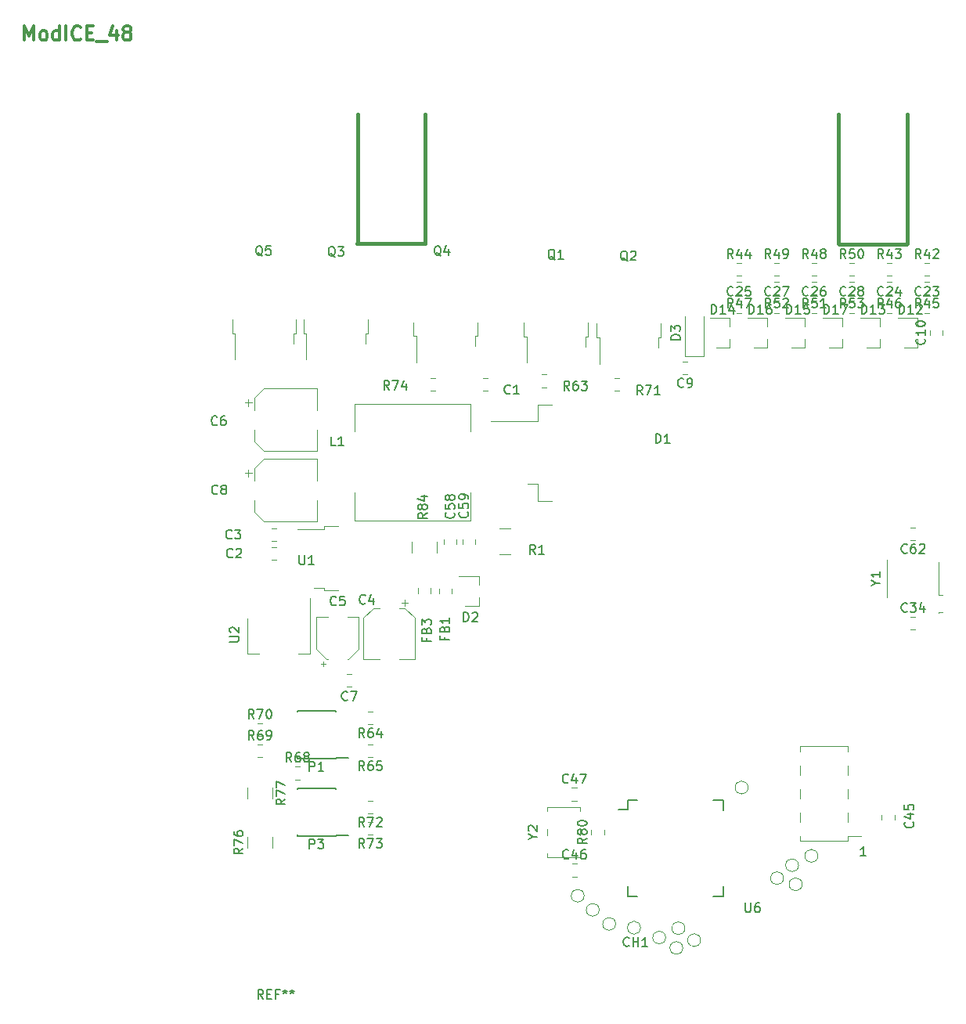
<source format=gbr>
G04 #@! TF.GenerationSoftware,KiCad,Pcbnew,5.1.2-f72e74a~84~ubuntu18.04.1*
G04 #@! TF.CreationDate,2019-08-21T00:14:30+02:00*
G04 #@! TF.ProjectId,Tuareg,54756172-6567-42e6-9b69-6361645f7063,rev?*
G04 #@! TF.SameCoordinates,Original*
G04 #@! TF.FileFunction,Legend,Top*
G04 #@! TF.FilePolarity,Positive*
%FSLAX46Y46*%
G04 Gerber Fmt 4.6, Leading zero omitted, Abs format (unit mm)*
G04 Created by KiCad (PCBNEW 5.1.2-f72e74a~84~ubuntu18.04.1) date 2019-08-21 00:14:30*
%MOMM*%
%LPD*%
G04 APERTURE LIST*
%ADD10C,0.120000*%
%ADD11C,0.381000*%
%ADD12C,0.150000*%
%ADD13C,0.304800*%
G04 APERTURE END LIST*
D10*
X152541200Y-132003800D02*
G75*
G03X152541200Y-132003800I-700000J0D01*
G01*
X150458400Y-133019800D02*
G75*
G03X150458400Y-133019800I-700000J0D01*
G01*
X150839400Y-135077200D02*
G75*
G03X150839400Y-135077200I-700000J0D01*
G01*
X148832800Y-134416800D02*
G75*
G03X148832800Y-134416800I-700000J0D01*
G01*
X137936200Y-141960600D02*
G75*
G03X137936200Y-141960600I-700000J0D01*
G01*
X138164800Y-139827000D02*
G75*
G03X138164800Y-139827000I-700000J0D01*
G01*
X136082000Y-140843000D02*
G75*
G03X136082000Y-140843000I-700000J0D01*
G01*
X128893800Y-137845800D02*
G75*
G03X128893800Y-137845800I-700000J0D01*
G01*
X130671800Y-139369800D02*
G75*
G03X130671800Y-139369800I-700000J0D01*
G01*
X127268200Y-136321800D02*
G75*
G03X127268200Y-136321800I-700000J0D01*
G01*
X133364200Y-139776200D02*
G75*
G03X133364200Y-139776200I-700000J0D01*
G01*
X139866600Y-141122400D02*
G75*
G03X139866600Y-141122400I-700000J0D01*
G01*
X144997400Y-124612400D02*
G75*
G03X144997400Y-124612400I-700000J0D01*
G01*
D11*
X162200400Y-65769601D02*
X162200400Y-51845321D01*
X154732800Y-65774681D02*
X154732800Y-51825001D01*
X154819160Y-65850881D02*
X162119120Y-65850881D01*
X102736460Y-65795001D02*
X110102460Y-65795001D01*
X110071980Y-65784841D02*
X110071980Y-51814841D01*
X102784720Y-51825001D02*
X102784720Y-65795001D01*
D10*
X165579800Y-103809800D02*
X166039800Y-103809800D01*
X160045400Y-99974400D02*
X160020000Y-104013000D01*
X165579400Y-105646400D02*
X165579400Y-105706400D01*
X166039400Y-105646400D02*
X165579400Y-105646400D01*
X165582600Y-103809800D02*
X165582600Y-100203000D01*
X150612800Y-123242800D02*
X150612800Y-122222800D01*
X155812800Y-123242800D02*
X155812800Y-122222800D01*
X150612800Y-125782800D02*
X150612800Y-124762800D01*
X155812800Y-125782800D02*
X155812800Y-124762800D01*
X150612800Y-128322800D02*
X150612800Y-127302800D01*
X155812800Y-128322800D02*
X155812800Y-127302800D01*
X150612800Y-120702800D02*
X150612800Y-120132800D01*
X155812800Y-120702800D02*
X155812800Y-120132800D01*
X150612800Y-130412800D02*
X150612800Y-129842800D01*
X155812800Y-130412800D02*
X155812800Y-129842800D01*
X157252800Y-129842800D02*
X155812800Y-129842800D01*
X155812800Y-120132800D02*
X150612800Y-120132800D01*
X155812800Y-130412800D02*
X150612800Y-130412800D01*
X112066000Y-97785422D02*
X112066000Y-98302578D01*
X113486000Y-97785422D02*
X113486000Y-98302578D01*
X114098000Y-97785422D02*
X114098000Y-98302578D01*
X115518000Y-97785422D02*
X115518000Y-98302578D01*
X110692000Y-103068622D02*
X110692000Y-103585778D01*
X109272000Y-103068622D02*
X109272000Y-103585778D01*
X108622000Y-98051536D02*
X108622000Y-99255664D01*
X111342000Y-98051536D02*
X111342000Y-99255664D01*
X143000000Y-77018000D02*
X141540000Y-77018000D01*
X143000000Y-73858000D02*
X140840000Y-73858000D01*
X143000000Y-73858000D02*
X143000000Y-74788000D01*
X143000000Y-77018000D02*
X143000000Y-76088000D01*
X91943422Y-119074000D02*
X92460578Y-119074000D01*
X91943422Y-117654000D02*
X92460578Y-117654000D01*
X91943422Y-121360000D02*
X92460578Y-121360000D01*
X91943422Y-119940000D02*
X92460578Y-119940000D01*
X140208000Y-77988000D02*
X140208000Y-73688000D01*
X138208000Y-77988000D02*
X140208000Y-77988000D01*
X138208000Y-73688000D02*
X138208000Y-77988000D01*
X116844578Y-80316000D02*
X116327422Y-80316000D01*
X116844578Y-81736000D02*
X116327422Y-81736000D01*
X93467422Y-100024000D02*
X93984578Y-100024000D01*
X93467422Y-98604000D02*
X93984578Y-98604000D01*
X93467422Y-97992000D02*
X93984578Y-97992000D01*
X93467422Y-96572000D02*
X93984578Y-96572000D01*
X108169500Y-104637500D02*
X107544500Y-104637500D01*
X107857000Y-104325000D02*
X107857000Y-104950000D01*
X104476437Y-105190000D02*
X103412000Y-106254437D01*
X107867563Y-105190000D02*
X108932000Y-106254437D01*
X107867563Y-105190000D02*
X107232000Y-105190000D01*
X104476437Y-105190000D02*
X105112000Y-105190000D01*
X103412000Y-106254437D02*
X103412000Y-110710000D01*
X108932000Y-106254437D02*
X108932000Y-110710000D01*
X108932000Y-110710000D02*
X107232000Y-110710000D01*
X103412000Y-110710000D02*
X105112000Y-110710000D01*
X98774000Y-111208000D02*
X99274000Y-111208000D01*
X99024000Y-111458000D02*
X99024000Y-110958000D01*
X101779563Y-110718000D02*
X102844000Y-109653563D01*
X99388437Y-110718000D02*
X98324000Y-109653563D01*
X99388437Y-110718000D02*
X99524000Y-110718000D01*
X101779563Y-110718000D02*
X101644000Y-110718000D01*
X102844000Y-109653563D02*
X102844000Y-106198000D01*
X98324000Y-109653563D02*
X98324000Y-106198000D01*
X98324000Y-106198000D02*
X99524000Y-106198000D01*
X102844000Y-106198000D02*
X101644000Y-106198000D01*
X90952250Y-82594750D02*
X90952250Y-83382250D01*
X90558500Y-82988500D02*
X91346000Y-82988500D01*
X91586000Y-87181563D02*
X92650437Y-88246000D01*
X91586000Y-82490437D02*
X92650437Y-81426000D01*
X91586000Y-82490437D02*
X91586000Y-83776000D01*
X91586000Y-87181563D02*
X91586000Y-85896000D01*
X92650437Y-88246000D02*
X98406000Y-88246000D01*
X92650437Y-81426000D02*
X98406000Y-81426000D01*
X98406000Y-81426000D02*
X98406000Y-83776000D01*
X98406000Y-88246000D02*
X98406000Y-85896000D01*
X101595422Y-113740000D02*
X102112578Y-113740000D01*
X101595422Y-112320000D02*
X102112578Y-112320000D01*
X90952250Y-90214750D02*
X90952250Y-91002250D01*
X90558500Y-90608500D02*
X91346000Y-90608500D01*
X91586000Y-94801563D02*
X92650437Y-95866000D01*
X91586000Y-90110437D02*
X92650437Y-89046000D01*
X91586000Y-90110437D02*
X91586000Y-91396000D01*
X91586000Y-94801563D02*
X91586000Y-93516000D01*
X92650437Y-95866000D02*
X98406000Y-95866000D01*
X92650437Y-89046000D02*
X98406000Y-89046000D01*
X98406000Y-89046000D02*
X98406000Y-91396000D01*
X98406000Y-95866000D02*
X98406000Y-93516000D01*
X138434578Y-78538000D02*
X137917422Y-78538000D01*
X138434578Y-79958000D02*
X137917422Y-79958000D01*
X166064000Y-75696578D02*
X166064000Y-75179422D01*
X164644000Y-75696578D02*
X164644000Y-75179422D01*
X164079422Y-73354000D02*
X164596578Y-73354000D01*
X164079422Y-71934000D02*
X164596578Y-71934000D01*
X160015422Y-73354000D02*
X160532578Y-73354000D01*
X160015422Y-71934000D02*
X160532578Y-71934000D01*
X143759422Y-73354000D02*
X144276578Y-73354000D01*
X143759422Y-71934000D02*
X144276578Y-71934000D01*
X151887422Y-73354000D02*
X152404578Y-73354000D01*
X151887422Y-71934000D02*
X152404578Y-71934000D01*
X147823422Y-73354000D02*
X148340578Y-73354000D01*
X147823422Y-71934000D02*
X148340578Y-71934000D01*
X155951422Y-73354000D02*
X156468578Y-73354000D01*
X155951422Y-71934000D02*
X156468578Y-71934000D01*
X162580822Y-107542400D02*
X163097978Y-107542400D01*
X162580822Y-106122400D02*
X163097978Y-106122400D01*
X160882400Y-128071378D02*
X160882400Y-127554222D01*
X159462400Y-128071378D02*
X159462400Y-127554222D01*
X125954022Y-134237800D02*
X126471178Y-134237800D01*
X125954022Y-132817800D02*
X126471178Y-132817800D01*
X125928622Y-126059000D02*
X126445778Y-126059000D01*
X125928622Y-124639000D02*
X126445778Y-124639000D01*
X122272000Y-91782000D02*
X121172000Y-91782000D01*
X122272000Y-93592000D02*
X122272000Y-91782000D01*
X123772000Y-93592000D02*
X122272000Y-93592000D01*
X122272000Y-85002000D02*
X117147000Y-85002000D01*
X122272000Y-83192000D02*
X122272000Y-85002000D01*
X123772000Y-83192000D02*
X122272000Y-83192000D01*
X115872800Y-104958000D02*
X114412800Y-104958000D01*
X115872800Y-101798000D02*
X113712800Y-101798000D01*
X115872800Y-101798000D02*
X115872800Y-102728000D01*
X115872800Y-104958000D02*
X115872800Y-104028000D01*
X163320000Y-77018000D02*
X161860000Y-77018000D01*
X163320000Y-73858000D02*
X161160000Y-73858000D01*
X163320000Y-73858000D02*
X163320000Y-74788000D01*
X163320000Y-77018000D02*
X163320000Y-76088000D01*
X159256000Y-77018000D02*
X157796000Y-77018000D01*
X159256000Y-73858000D02*
X157096000Y-73858000D01*
X159256000Y-73858000D02*
X159256000Y-74788000D01*
X159256000Y-77018000D02*
X159256000Y-76088000D01*
X151128000Y-77018000D02*
X149668000Y-77018000D01*
X151128000Y-73858000D02*
X148968000Y-73858000D01*
X151128000Y-73858000D02*
X151128000Y-74788000D01*
X151128000Y-77018000D02*
X151128000Y-76088000D01*
X147064000Y-77018000D02*
X145604000Y-77018000D01*
X147064000Y-73858000D02*
X144904000Y-73858000D01*
X147064000Y-73858000D02*
X147064000Y-74788000D01*
X147064000Y-77018000D02*
X147064000Y-76088000D01*
X155192000Y-77018000D02*
X153732000Y-77018000D01*
X155192000Y-73858000D02*
X153032000Y-73858000D01*
X155192000Y-73858000D02*
X155192000Y-74788000D01*
X155192000Y-77018000D02*
X155192000Y-76088000D01*
X111558000Y-103094022D02*
X111558000Y-103611178D01*
X112978000Y-103094022D02*
X112978000Y-103611178D01*
X102412000Y-95708000D02*
X102412000Y-92708000D01*
X115012000Y-95708000D02*
X102412000Y-95708000D01*
X115012000Y-92708000D02*
X115012000Y-95708000D01*
X115012000Y-83108000D02*
X115012000Y-86108000D01*
X102412000Y-83108000D02*
X115012000Y-83108000D01*
X102412000Y-86108000D02*
X102412000Y-83108000D01*
D12*
X100373000Y-121397000D02*
X101773000Y-121397000D01*
X100373000Y-116297000D02*
X96223000Y-116297000D01*
X100373000Y-121447000D02*
X96223000Y-121447000D01*
X100373000Y-116297000D02*
X100373000Y-116442000D01*
X96223000Y-116297000D02*
X96223000Y-116442000D01*
X96223000Y-121447000D02*
X96223000Y-121302000D01*
X100373000Y-121447000D02*
X100373000Y-121397000D01*
X100373000Y-129779000D02*
X101773000Y-129779000D01*
X100373000Y-124679000D02*
X96223000Y-124679000D01*
X100373000Y-129829000D02*
X96223000Y-129829000D01*
X100373000Y-124679000D02*
X100373000Y-124824000D01*
X96223000Y-124679000D02*
X96223000Y-124824000D01*
X96223000Y-129829000D02*
X96223000Y-129684000D01*
X100373000Y-129829000D02*
X100373000Y-129779000D01*
D10*
X127387000Y-75841000D02*
X127387000Y-76941000D01*
X127657000Y-75841000D02*
X127387000Y-75841000D01*
X127657000Y-74341000D02*
X127657000Y-75841000D01*
X121027000Y-75841000D02*
X121027000Y-78671000D01*
X120757000Y-75841000D02*
X121027000Y-75841000D01*
X120757000Y-74341000D02*
X120757000Y-75841000D01*
X135260000Y-75944000D02*
X135260000Y-77044000D01*
X135530000Y-75944000D02*
X135260000Y-75944000D01*
X135530000Y-74444000D02*
X135530000Y-75944000D01*
X128900000Y-75944000D02*
X128900000Y-78774000D01*
X128630000Y-75944000D02*
X128900000Y-75944000D01*
X128630000Y-74444000D02*
X128630000Y-75944000D01*
X103586200Y-75485400D02*
X103586200Y-76585400D01*
X103856200Y-75485400D02*
X103586200Y-75485400D01*
X103856200Y-73985400D02*
X103856200Y-75485400D01*
X97226200Y-75485400D02*
X97226200Y-78315400D01*
X96956200Y-75485400D02*
X97226200Y-75485400D01*
X96956200Y-73985400D02*
X96956200Y-75485400D01*
X115449000Y-75793000D02*
X115449000Y-76893000D01*
X115719000Y-75793000D02*
X115449000Y-75793000D01*
X115719000Y-74293000D02*
X115719000Y-75793000D01*
X109089000Y-75793000D02*
X109089000Y-78623000D01*
X108819000Y-75793000D02*
X109089000Y-75793000D01*
X108819000Y-74293000D02*
X108819000Y-75793000D01*
X95839200Y-75513600D02*
X95839200Y-76613600D01*
X96109200Y-75513600D02*
X95839200Y-75513600D01*
X96109200Y-74013600D02*
X96109200Y-75513600D01*
X89479200Y-75513600D02*
X89479200Y-78343600D01*
X89209200Y-75513600D02*
X89479200Y-75513600D01*
X89209200Y-74013600D02*
X89209200Y-75513600D01*
X119270864Y-96633200D02*
X118066736Y-96633200D01*
X119270864Y-99353200D02*
X118066736Y-99353200D01*
X164079422Y-69290000D02*
X164596578Y-69290000D01*
X164079422Y-67870000D02*
X164596578Y-67870000D01*
X160015422Y-69290000D02*
X160532578Y-69290000D01*
X160015422Y-67870000D02*
X160532578Y-67870000D01*
X143759422Y-69290000D02*
X144276578Y-69290000D01*
X143759422Y-67870000D02*
X144276578Y-67870000D01*
X164596578Y-69902000D02*
X164079422Y-69902000D01*
X164596578Y-71322000D02*
X164079422Y-71322000D01*
X160532578Y-69902000D02*
X160015422Y-69902000D01*
X160532578Y-71322000D02*
X160015422Y-71322000D01*
X144276578Y-69902000D02*
X143759422Y-69902000D01*
X144276578Y-71322000D02*
X143759422Y-71322000D01*
X151887422Y-69290000D02*
X152404578Y-69290000D01*
X151887422Y-67870000D02*
X152404578Y-67870000D01*
X147823422Y-69290000D02*
X148340578Y-69290000D01*
X147823422Y-67870000D02*
X148340578Y-67870000D01*
X155951422Y-69290000D02*
X156468578Y-69290000D01*
X155951422Y-67870000D02*
X156468578Y-67870000D01*
X152404578Y-69902000D02*
X151887422Y-69902000D01*
X152404578Y-71322000D02*
X151887422Y-71322000D01*
X148340578Y-69902000D02*
X147823422Y-69902000D01*
X148340578Y-71322000D02*
X147823422Y-71322000D01*
X156468578Y-69902000D02*
X155951422Y-69902000D01*
X156468578Y-71322000D02*
X155951422Y-71322000D01*
X122652022Y-81329600D02*
X123169178Y-81329600D01*
X122652022Y-79909600D02*
X123169178Y-79909600D01*
X104398578Y-116384000D02*
X103881422Y-116384000D01*
X104398578Y-117804000D02*
X103881422Y-117804000D01*
X104398578Y-119940000D02*
X103881422Y-119940000D01*
X104398578Y-121360000D02*
X103881422Y-121360000D01*
X96007422Y-123747600D02*
X96524578Y-123747600D01*
X96007422Y-122327600D02*
X96524578Y-122327600D01*
X130551422Y-81736000D02*
X131068578Y-81736000D01*
X130551422Y-80316000D02*
X131068578Y-80316000D01*
X104398578Y-126036000D02*
X103881422Y-126036000D01*
X104398578Y-127456000D02*
X103881422Y-127456000D01*
X104398578Y-128322000D02*
X103881422Y-128322000D01*
X104398578Y-129742000D02*
X103881422Y-129742000D01*
X110663222Y-81736000D02*
X111180378Y-81736000D01*
X110663222Y-80316000D02*
X111180378Y-80316000D01*
X93562000Y-131158064D02*
X93562000Y-129953936D01*
X90842000Y-131158064D02*
X90842000Y-129953936D01*
X90842000Y-124619936D02*
X90842000Y-125824064D01*
X93562000Y-124619936D02*
X93562000Y-125824064D01*
X129462600Y-129696978D02*
X129462600Y-129179822D01*
X128042600Y-129696978D02*
X128042600Y-129179822D01*
X100630000Y-96372000D02*
X99130000Y-96372000D01*
X99130000Y-96372000D02*
X99130000Y-96642000D01*
X99130000Y-96642000D02*
X96300000Y-96642000D01*
X100630000Y-103272000D02*
X99130000Y-103272000D01*
X99130000Y-103272000D02*
X99130000Y-103002000D01*
X99130000Y-103002000D02*
X98030000Y-103002000D01*
X97644000Y-104104000D02*
X97644000Y-110114000D01*
X90824000Y-106354000D02*
X90824000Y-110114000D01*
X97644000Y-110114000D02*
X96384000Y-110114000D01*
X90824000Y-110114000D02*
X92084000Y-110114000D01*
D12*
X131959600Y-127016000D02*
X130934600Y-127016000D01*
X142309600Y-126016000D02*
X141234600Y-126016000D01*
X142309600Y-136366000D02*
X141234600Y-136366000D01*
X131959600Y-136366000D02*
X133034600Y-136366000D01*
X131959600Y-126016000D02*
X133034600Y-126016000D01*
X131959600Y-136366000D02*
X131959600Y-135291000D01*
X142309600Y-136366000D02*
X142309600Y-135291000D01*
X142309600Y-126016000D02*
X142309600Y-127091000D01*
X131959600Y-126016000D02*
X131959600Y-127016000D01*
D10*
X163097978Y-96470400D02*
X162580822Y-96470400D01*
X163097978Y-97890400D02*
X162580822Y-97890400D01*
X126844200Y-129068400D02*
X126844200Y-129808400D01*
X123244200Y-132138400D02*
X123244200Y-131748400D01*
X126844200Y-132138400D02*
X123244200Y-132138400D01*
X126844200Y-131748400D02*
X126844200Y-132138400D01*
X123244200Y-129808400D02*
X123244200Y-129068400D01*
X126844200Y-126738400D02*
X126844200Y-127128400D01*
X123244200Y-126738400D02*
X126844200Y-126738400D01*
X123244200Y-127128400D02*
X123244200Y-126738400D01*
D12*
X132126123Y-141708142D02*
X132078504Y-141755761D01*
X131935647Y-141803380D01*
X131840409Y-141803380D01*
X131697552Y-141755761D01*
X131602314Y-141660523D01*
X131554695Y-141565285D01*
X131507076Y-141374809D01*
X131507076Y-141231952D01*
X131554695Y-141041476D01*
X131602314Y-140946238D01*
X131697552Y-140851000D01*
X131840409Y-140803380D01*
X131935647Y-140803380D01*
X132078504Y-140851000D01*
X132126123Y-140898619D01*
X132554695Y-141803380D02*
X132554695Y-140803380D01*
X132554695Y-141279571D02*
X133126123Y-141279571D01*
X133126123Y-141803380D02*
X133126123Y-140803380D01*
X134126123Y-141803380D02*
X133554695Y-141803380D01*
X133840409Y-141803380D02*
X133840409Y-140803380D01*
X133745171Y-140946238D01*
X133649933Y-141041476D01*
X133554695Y-141089095D01*
X92570466Y-147475980D02*
X92237133Y-146999790D01*
X91999038Y-147475980D02*
X91999038Y-146475980D01*
X92379990Y-146475980D01*
X92475228Y-146523600D01*
X92522847Y-146571219D01*
X92570466Y-146666457D01*
X92570466Y-146809314D01*
X92522847Y-146904552D01*
X92475228Y-146952171D01*
X92379990Y-146999790D01*
X91999038Y-146999790D01*
X92999038Y-146952171D02*
X93332371Y-146952171D01*
X93475228Y-147475980D02*
X92999038Y-147475980D01*
X92999038Y-146475980D01*
X93475228Y-146475980D01*
X94237133Y-146952171D02*
X93903800Y-146952171D01*
X93903800Y-147475980D02*
X93903800Y-146475980D01*
X94379990Y-146475980D01*
X94903800Y-146475980D02*
X94903800Y-146714076D01*
X94665704Y-146618838D02*
X94903800Y-146714076D01*
X95141895Y-146618838D01*
X94760942Y-146904552D02*
X94903800Y-146714076D01*
X95046657Y-146904552D01*
X95665704Y-146475980D02*
X95665704Y-146714076D01*
X95427609Y-146618838D02*
X95665704Y-146714076D01*
X95903800Y-146618838D01*
X95522847Y-146904552D02*
X95665704Y-146714076D01*
X95808561Y-146904552D01*
D13*
X66729057Y-43802229D02*
X66729057Y-42278229D01*
X67237057Y-43366801D01*
X67745057Y-42278229D01*
X67745057Y-43802229D01*
X68688485Y-43802229D02*
X68543342Y-43729658D01*
X68470771Y-43657086D01*
X68398200Y-43511943D01*
X68398200Y-43076515D01*
X68470771Y-42931372D01*
X68543342Y-42858801D01*
X68688485Y-42786229D01*
X68906200Y-42786229D01*
X69051342Y-42858801D01*
X69123914Y-42931372D01*
X69196485Y-43076515D01*
X69196485Y-43511943D01*
X69123914Y-43657086D01*
X69051342Y-43729658D01*
X68906200Y-43802229D01*
X68688485Y-43802229D01*
X70502771Y-43802229D02*
X70502771Y-42278229D01*
X70502771Y-43729658D02*
X70357628Y-43802229D01*
X70067342Y-43802229D01*
X69922200Y-43729658D01*
X69849628Y-43657086D01*
X69777057Y-43511943D01*
X69777057Y-43076515D01*
X69849628Y-42931372D01*
X69922200Y-42858801D01*
X70067342Y-42786229D01*
X70357628Y-42786229D01*
X70502771Y-42858801D01*
X71228485Y-43802229D02*
X71228485Y-42278229D01*
X72825057Y-43657086D02*
X72752485Y-43729658D01*
X72534771Y-43802229D01*
X72389628Y-43802229D01*
X72171914Y-43729658D01*
X72026771Y-43584515D01*
X71954200Y-43439372D01*
X71881628Y-43149086D01*
X71881628Y-42931372D01*
X71954200Y-42641086D01*
X72026771Y-42495943D01*
X72171914Y-42350801D01*
X72389628Y-42278229D01*
X72534771Y-42278229D01*
X72752485Y-42350801D01*
X72825057Y-42423372D01*
X73478200Y-43003943D02*
X73986200Y-43003943D01*
X74203914Y-43802229D02*
X73478200Y-43802229D01*
X73478200Y-42278229D01*
X74203914Y-42278229D01*
X74494200Y-43947372D02*
X75655342Y-43947372D01*
X76671342Y-42786229D02*
X76671342Y-43802229D01*
X76308485Y-42205658D02*
X75945628Y-43294229D01*
X76889057Y-43294229D01*
X77687342Y-42931372D02*
X77542200Y-42858801D01*
X77469628Y-42786229D01*
X77397057Y-42641086D01*
X77397057Y-42568515D01*
X77469628Y-42423372D01*
X77542200Y-42350801D01*
X77687342Y-42278229D01*
X77977628Y-42278229D01*
X78122771Y-42350801D01*
X78195342Y-42423372D01*
X78267914Y-42568515D01*
X78267914Y-42641086D01*
X78195342Y-42786229D01*
X78122771Y-42858801D01*
X77977628Y-42931372D01*
X77687342Y-42931372D01*
X77542200Y-43003943D01*
X77469628Y-43076515D01*
X77397057Y-43221658D01*
X77397057Y-43511943D01*
X77469628Y-43657086D01*
X77542200Y-43729658D01*
X77687342Y-43802229D01*
X77977628Y-43802229D01*
X78122771Y-43729658D01*
X78195342Y-43657086D01*
X78267914Y-43511943D01*
X78267914Y-43221658D01*
X78195342Y-43076515D01*
X78122771Y-43003943D01*
X77977628Y-42931372D01*
D12*
X158815590Y-102482590D02*
X159291780Y-102482590D01*
X158291780Y-102815923D02*
X158815590Y-102482590D01*
X158291780Y-102149257D01*
X159291780Y-101292114D02*
X159291780Y-101863542D01*
X159291780Y-101577828D02*
X158291780Y-101577828D01*
X158434638Y-101673066D01*
X158529876Y-101768304D01*
X158577495Y-101863542D01*
X157740314Y-131998980D02*
X157168885Y-131998980D01*
X157454600Y-131998980D02*
X157454600Y-130998980D01*
X157359361Y-131141838D01*
X157264123Y-131237076D01*
X157168885Y-131284695D01*
X113158542Y-94876857D02*
X113206161Y-94924476D01*
X113253780Y-95067333D01*
X113253780Y-95162571D01*
X113206161Y-95305428D01*
X113110923Y-95400666D01*
X113015685Y-95448285D01*
X112825209Y-95495904D01*
X112682352Y-95495904D01*
X112491876Y-95448285D01*
X112396638Y-95400666D01*
X112301400Y-95305428D01*
X112253780Y-95162571D01*
X112253780Y-95067333D01*
X112301400Y-94924476D01*
X112349019Y-94876857D01*
X112253780Y-93972095D02*
X112253780Y-94448285D01*
X112729971Y-94495904D01*
X112682352Y-94448285D01*
X112634733Y-94353047D01*
X112634733Y-94114952D01*
X112682352Y-94019714D01*
X112729971Y-93972095D01*
X112825209Y-93924476D01*
X113063304Y-93924476D01*
X113158542Y-93972095D01*
X113206161Y-94019714D01*
X113253780Y-94114952D01*
X113253780Y-94353047D01*
X113206161Y-94448285D01*
X113158542Y-94495904D01*
X112682352Y-93353047D02*
X112634733Y-93448285D01*
X112587114Y-93495904D01*
X112491876Y-93543523D01*
X112444257Y-93543523D01*
X112349019Y-93495904D01*
X112301400Y-93448285D01*
X112253780Y-93353047D01*
X112253780Y-93162571D01*
X112301400Y-93067333D01*
X112349019Y-93019714D01*
X112444257Y-92972095D01*
X112491876Y-92972095D01*
X112587114Y-93019714D01*
X112634733Y-93067333D01*
X112682352Y-93162571D01*
X112682352Y-93353047D01*
X112729971Y-93448285D01*
X112777590Y-93495904D01*
X112872828Y-93543523D01*
X113063304Y-93543523D01*
X113158542Y-93495904D01*
X113206161Y-93448285D01*
X113253780Y-93353047D01*
X113253780Y-93162571D01*
X113206161Y-93067333D01*
X113158542Y-93019714D01*
X113063304Y-92972095D01*
X112872828Y-92972095D01*
X112777590Y-93019714D01*
X112729971Y-93067333D01*
X112682352Y-93162571D01*
X114631742Y-94800657D02*
X114679361Y-94848276D01*
X114726980Y-94991133D01*
X114726980Y-95086371D01*
X114679361Y-95229228D01*
X114584123Y-95324466D01*
X114488885Y-95372085D01*
X114298409Y-95419704D01*
X114155552Y-95419704D01*
X113965076Y-95372085D01*
X113869838Y-95324466D01*
X113774600Y-95229228D01*
X113726980Y-95086371D01*
X113726980Y-94991133D01*
X113774600Y-94848276D01*
X113822219Y-94800657D01*
X113726980Y-93895895D02*
X113726980Y-94372085D01*
X114203171Y-94419704D01*
X114155552Y-94372085D01*
X114107933Y-94276847D01*
X114107933Y-94038752D01*
X114155552Y-93943514D01*
X114203171Y-93895895D01*
X114298409Y-93848276D01*
X114536504Y-93848276D01*
X114631742Y-93895895D01*
X114679361Y-93943514D01*
X114726980Y-94038752D01*
X114726980Y-94276847D01*
X114679361Y-94372085D01*
X114631742Y-94419704D01*
X114726980Y-93372085D02*
X114726980Y-93181609D01*
X114679361Y-93086371D01*
X114631742Y-93038752D01*
X114488885Y-92943514D01*
X114298409Y-92895895D01*
X113917457Y-92895895D01*
X113822219Y-92943514D01*
X113774600Y-92991133D01*
X113726980Y-93086371D01*
X113726980Y-93276847D01*
X113774600Y-93372085D01*
X113822219Y-93419704D01*
X113917457Y-93467323D01*
X114155552Y-93467323D01*
X114250790Y-93419704D01*
X114298409Y-93372085D01*
X114346028Y-93276847D01*
X114346028Y-93086371D01*
X114298409Y-92991133D01*
X114250790Y-92943514D01*
X114155552Y-92895895D01*
X110189971Y-108478533D02*
X110189971Y-108811866D01*
X110713780Y-108811866D02*
X109713780Y-108811866D01*
X109713780Y-108335676D01*
X110189971Y-107621390D02*
X110237590Y-107478533D01*
X110285209Y-107430914D01*
X110380447Y-107383295D01*
X110523304Y-107383295D01*
X110618542Y-107430914D01*
X110666161Y-107478533D01*
X110713780Y-107573771D01*
X110713780Y-107954723D01*
X109713780Y-107954723D01*
X109713780Y-107621390D01*
X109761400Y-107526152D01*
X109809019Y-107478533D01*
X109904257Y-107430914D01*
X109999495Y-107430914D01*
X110094733Y-107478533D01*
X110142352Y-107526152D01*
X110189971Y-107621390D01*
X110189971Y-107954723D01*
X109713780Y-107049961D02*
X109713780Y-106430914D01*
X110094733Y-106764247D01*
X110094733Y-106621390D01*
X110142352Y-106526152D01*
X110189971Y-106478533D01*
X110285209Y-106430914D01*
X110523304Y-106430914D01*
X110618542Y-106478533D01*
X110666161Y-106526152D01*
X110713780Y-106621390D01*
X110713780Y-106907104D01*
X110666161Y-107002342D01*
X110618542Y-107049961D01*
X110281980Y-94927657D02*
X109805790Y-95260990D01*
X110281980Y-95499085D02*
X109281980Y-95499085D01*
X109281980Y-95118133D01*
X109329600Y-95022895D01*
X109377219Y-94975276D01*
X109472457Y-94927657D01*
X109615314Y-94927657D01*
X109710552Y-94975276D01*
X109758171Y-95022895D01*
X109805790Y-95118133D01*
X109805790Y-95499085D01*
X109710552Y-94356228D02*
X109662933Y-94451466D01*
X109615314Y-94499085D01*
X109520076Y-94546704D01*
X109472457Y-94546704D01*
X109377219Y-94499085D01*
X109329600Y-94451466D01*
X109281980Y-94356228D01*
X109281980Y-94165752D01*
X109329600Y-94070514D01*
X109377219Y-94022895D01*
X109472457Y-93975276D01*
X109520076Y-93975276D01*
X109615314Y-94022895D01*
X109662933Y-94070514D01*
X109710552Y-94165752D01*
X109710552Y-94356228D01*
X109758171Y-94451466D01*
X109805790Y-94499085D01*
X109901028Y-94546704D01*
X110091504Y-94546704D01*
X110186742Y-94499085D01*
X110234361Y-94451466D01*
X110281980Y-94356228D01*
X110281980Y-94165752D01*
X110234361Y-94070514D01*
X110186742Y-94022895D01*
X110091504Y-93975276D01*
X109901028Y-93975276D01*
X109805790Y-94022895D01*
X109758171Y-94070514D01*
X109710552Y-94165752D01*
X109615314Y-93118133D02*
X110281980Y-93118133D01*
X109234361Y-93356228D02*
X109948647Y-93594323D01*
X109948647Y-92975276D01*
X141025714Y-73390380D02*
X141025714Y-72390380D01*
X141263809Y-72390380D01*
X141406666Y-72438000D01*
X141501904Y-72533238D01*
X141549523Y-72628476D01*
X141597142Y-72818952D01*
X141597142Y-72961809D01*
X141549523Y-73152285D01*
X141501904Y-73247523D01*
X141406666Y-73342761D01*
X141263809Y-73390380D01*
X141025714Y-73390380D01*
X142549523Y-73390380D02*
X141978095Y-73390380D01*
X142263809Y-73390380D02*
X142263809Y-72390380D01*
X142168571Y-72533238D01*
X142073333Y-72628476D01*
X141978095Y-72676095D01*
X143406666Y-72723714D02*
X143406666Y-73390380D01*
X143168571Y-72342761D02*
X142930476Y-73057047D01*
X143549523Y-73057047D01*
X91559142Y-117166380D02*
X91225809Y-116690190D01*
X90987714Y-117166380D02*
X90987714Y-116166380D01*
X91368666Y-116166380D01*
X91463904Y-116214000D01*
X91511523Y-116261619D01*
X91559142Y-116356857D01*
X91559142Y-116499714D01*
X91511523Y-116594952D01*
X91463904Y-116642571D01*
X91368666Y-116690190D01*
X90987714Y-116690190D01*
X91892476Y-116166380D02*
X92559142Y-116166380D01*
X92130571Y-117166380D01*
X93130571Y-116166380D02*
X93225809Y-116166380D01*
X93321047Y-116214000D01*
X93368666Y-116261619D01*
X93416285Y-116356857D01*
X93463904Y-116547333D01*
X93463904Y-116785428D01*
X93416285Y-116975904D01*
X93368666Y-117071142D01*
X93321047Y-117118761D01*
X93225809Y-117166380D01*
X93130571Y-117166380D01*
X93035333Y-117118761D01*
X92987714Y-117071142D01*
X92940095Y-116975904D01*
X92892476Y-116785428D01*
X92892476Y-116547333D01*
X92940095Y-116356857D01*
X92987714Y-116261619D01*
X93035333Y-116214000D01*
X93130571Y-116166380D01*
X91559142Y-119452380D02*
X91225809Y-118976190D01*
X90987714Y-119452380D02*
X90987714Y-118452380D01*
X91368666Y-118452380D01*
X91463904Y-118500000D01*
X91511523Y-118547619D01*
X91559142Y-118642857D01*
X91559142Y-118785714D01*
X91511523Y-118880952D01*
X91463904Y-118928571D01*
X91368666Y-118976190D01*
X90987714Y-118976190D01*
X92416285Y-118452380D02*
X92225809Y-118452380D01*
X92130571Y-118500000D01*
X92082952Y-118547619D01*
X91987714Y-118690476D01*
X91940095Y-118880952D01*
X91940095Y-119261904D01*
X91987714Y-119357142D01*
X92035333Y-119404761D01*
X92130571Y-119452380D01*
X92321047Y-119452380D01*
X92416285Y-119404761D01*
X92463904Y-119357142D01*
X92511523Y-119261904D01*
X92511523Y-119023809D01*
X92463904Y-118928571D01*
X92416285Y-118880952D01*
X92321047Y-118833333D01*
X92130571Y-118833333D01*
X92035333Y-118880952D01*
X91987714Y-118928571D01*
X91940095Y-119023809D01*
X92987714Y-119452380D02*
X93178190Y-119452380D01*
X93273428Y-119404761D01*
X93321047Y-119357142D01*
X93416285Y-119214285D01*
X93463904Y-119023809D01*
X93463904Y-118642857D01*
X93416285Y-118547619D01*
X93368666Y-118500000D01*
X93273428Y-118452380D01*
X93082952Y-118452380D01*
X92987714Y-118500000D01*
X92940095Y-118547619D01*
X92892476Y-118642857D01*
X92892476Y-118880952D01*
X92940095Y-118976190D01*
X92987714Y-119023809D01*
X93082952Y-119071428D01*
X93273428Y-119071428D01*
X93368666Y-119023809D01*
X93416285Y-118976190D01*
X93463904Y-118880952D01*
X137660380Y-76176095D02*
X136660380Y-76176095D01*
X136660380Y-75938000D01*
X136708000Y-75795142D01*
X136803238Y-75699904D01*
X136898476Y-75652285D01*
X137088952Y-75604666D01*
X137231809Y-75604666D01*
X137422285Y-75652285D01*
X137517523Y-75699904D01*
X137612761Y-75795142D01*
X137660380Y-75938000D01*
X137660380Y-76176095D01*
X136660380Y-75271333D02*
X136660380Y-74652285D01*
X137041333Y-74985619D01*
X137041333Y-74842761D01*
X137088952Y-74747523D01*
X137136571Y-74699904D01*
X137231809Y-74652285D01*
X137469904Y-74652285D01*
X137565142Y-74699904D01*
X137612761Y-74747523D01*
X137660380Y-74842761D01*
X137660380Y-75128476D01*
X137612761Y-75223714D01*
X137565142Y-75271333D01*
X119264133Y-81967342D02*
X119216514Y-82014961D01*
X119073657Y-82062580D01*
X118978419Y-82062580D01*
X118835561Y-82014961D01*
X118740323Y-81919723D01*
X118692704Y-81824485D01*
X118645085Y-81634009D01*
X118645085Y-81491152D01*
X118692704Y-81300676D01*
X118740323Y-81205438D01*
X118835561Y-81110200D01*
X118978419Y-81062580D01*
X119073657Y-81062580D01*
X119216514Y-81110200D01*
X119264133Y-81157819D01*
X120216514Y-82062580D02*
X119645085Y-82062580D01*
X119930800Y-82062580D02*
X119930800Y-81062580D01*
X119835561Y-81205438D01*
X119740323Y-81300676D01*
X119645085Y-81348295D01*
X89241333Y-99671142D02*
X89193714Y-99718761D01*
X89050857Y-99766380D01*
X88955619Y-99766380D01*
X88812761Y-99718761D01*
X88717523Y-99623523D01*
X88669904Y-99528285D01*
X88622285Y-99337809D01*
X88622285Y-99194952D01*
X88669904Y-99004476D01*
X88717523Y-98909238D01*
X88812761Y-98814000D01*
X88955619Y-98766380D01*
X89050857Y-98766380D01*
X89193714Y-98814000D01*
X89241333Y-98861619D01*
X89622285Y-98861619D02*
X89669904Y-98814000D01*
X89765142Y-98766380D01*
X90003238Y-98766380D01*
X90098476Y-98814000D01*
X90146095Y-98861619D01*
X90193714Y-98956857D01*
X90193714Y-99052095D01*
X90146095Y-99194952D01*
X89574666Y-99766380D01*
X90193714Y-99766380D01*
X89165133Y-97639142D02*
X89117514Y-97686761D01*
X88974657Y-97734380D01*
X88879419Y-97734380D01*
X88736561Y-97686761D01*
X88641323Y-97591523D01*
X88593704Y-97496285D01*
X88546085Y-97305809D01*
X88546085Y-97162952D01*
X88593704Y-96972476D01*
X88641323Y-96877238D01*
X88736561Y-96782000D01*
X88879419Y-96734380D01*
X88974657Y-96734380D01*
X89117514Y-96782000D01*
X89165133Y-96829619D01*
X89498466Y-96734380D02*
X90117514Y-96734380D01*
X89784180Y-97115333D01*
X89927038Y-97115333D01*
X90022276Y-97162952D01*
X90069895Y-97210571D01*
X90117514Y-97305809D01*
X90117514Y-97543904D01*
X90069895Y-97639142D01*
X90022276Y-97686761D01*
X89927038Y-97734380D01*
X89641323Y-97734380D01*
X89546085Y-97686761D01*
X89498466Y-97639142D01*
X103592333Y-104674942D02*
X103544714Y-104722561D01*
X103401857Y-104770180D01*
X103306619Y-104770180D01*
X103163761Y-104722561D01*
X103068523Y-104627323D01*
X103020904Y-104532085D01*
X102973285Y-104341609D01*
X102973285Y-104198752D01*
X103020904Y-104008276D01*
X103068523Y-103913038D01*
X103163761Y-103817800D01*
X103306619Y-103770180D01*
X103401857Y-103770180D01*
X103544714Y-103817800D01*
X103592333Y-103865419D01*
X104449476Y-104103514D02*
X104449476Y-104770180D01*
X104211380Y-103722561D02*
X103973285Y-104436847D01*
X104592333Y-104436847D01*
X100442733Y-104827342D02*
X100395114Y-104874961D01*
X100252257Y-104922580D01*
X100157019Y-104922580D01*
X100014161Y-104874961D01*
X99918923Y-104779723D01*
X99871304Y-104684485D01*
X99823685Y-104494009D01*
X99823685Y-104351152D01*
X99871304Y-104160676D01*
X99918923Y-104065438D01*
X100014161Y-103970200D01*
X100157019Y-103922580D01*
X100252257Y-103922580D01*
X100395114Y-103970200D01*
X100442733Y-104017819D01*
X101347495Y-103922580D02*
X100871304Y-103922580D01*
X100823685Y-104398771D01*
X100871304Y-104351152D01*
X100966542Y-104303533D01*
X101204638Y-104303533D01*
X101299876Y-104351152D01*
X101347495Y-104398771D01*
X101395114Y-104494009D01*
X101395114Y-104732104D01*
X101347495Y-104827342D01*
X101299876Y-104874961D01*
X101204638Y-104922580D01*
X100966542Y-104922580D01*
X100871304Y-104874961D01*
X100823685Y-104827342D01*
X87564933Y-85345542D02*
X87517314Y-85393161D01*
X87374457Y-85440780D01*
X87279219Y-85440780D01*
X87136361Y-85393161D01*
X87041123Y-85297923D01*
X86993504Y-85202685D01*
X86945885Y-85012209D01*
X86945885Y-84869352D01*
X86993504Y-84678876D01*
X87041123Y-84583638D01*
X87136361Y-84488400D01*
X87279219Y-84440780D01*
X87374457Y-84440780D01*
X87517314Y-84488400D01*
X87564933Y-84536019D01*
X88422076Y-84440780D02*
X88231600Y-84440780D01*
X88136361Y-84488400D01*
X88088742Y-84536019D01*
X87993504Y-84678876D01*
X87945885Y-84869352D01*
X87945885Y-85250304D01*
X87993504Y-85345542D01*
X88041123Y-85393161D01*
X88136361Y-85440780D01*
X88326838Y-85440780D01*
X88422076Y-85393161D01*
X88469695Y-85345542D01*
X88517314Y-85250304D01*
X88517314Y-85012209D01*
X88469695Y-84916971D01*
X88422076Y-84869352D01*
X88326838Y-84821733D01*
X88136361Y-84821733D01*
X88041123Y-84869352D01*
X87993504Y-84916971D01*
X87945885Y-85012209D01*
X101661933Y-115114342D02*
X101614314Y-115161961D01*
X101471457Y-115209580D01*
X101376219Y-115209580D01*
X101233361Y-115161961D01*
X101138123Y-115066723D01*
X101090504Y-114971485D01*
X101042885Y-114781009D01*
X101042885Y-114638152D01*
X101090504Y-114447676D01*
X101138123Y-114352438D01*
X101233361Y-114257200D01*
X101376219Y-114209580D01*
X101471457Y-114209580D01*
X101614314Y-114257200D01*
X101661933Y-114304819D01*
X101995266Y-114209580D02*
X102661933Y-114209580D01*
X102233361Y-115209580D01*
X87615733Y-92813142D02*
X87568114Y-92860761D01*
X87425257Y-92908380D01*
X87330019Y-92908380D01*
X87187161Y-92860761D01*
X87091923Y-92765523D01*
X87044304Y-92670285D01*
X86996685Y-92479809D01*
X86996685Y-92336952D01*
X87044304Y-92146476D01*
X87091923Y-92051238D01*
X87187161Y-91956000D01*
X87330019Y-91908380D01*
X87425257Y-91908380D01*
X87568114Y-91956000D01*
X87615733Y-92003619D01*
X88187161Y-92336952D02*
X88091923Y-92289333D01*
X88044304Y-92241714D01*
X87996685Y-92146476D01*
X87996685Y-92098857D01*
X88044304Y-92003619D01*
X88091923Y-91956000D01*
X88187161Y-91908380D01*
X88377638Y-91908380D01*
X88472876Y-91956000D01*
X88520495Y-92003619D01*
X88568114Y-92098857D01*
X88568114Y-92146476D01*
X88520495Y-92241714D01*
X88472876Y-92289333D01*
X88377638Y-92336952D01*
X88187161Y-92336952D01*
X88091923Y-92384571D01*
X88044304Y-92432190D01*
X87996685Y-92527428D01*
X87996685Y-92717904D01*
X88044304Y-92813142D01*
X88091923Y-92860761D01*
X88187161Y-92908380D01*
X88377638Y-92908380D01*
X88472876Y-92860761D01*
X88520495Y-92813142D01*
X88568114Y-92717904D01*
X88568114Y-92527428D01*
X88520495Y-92432190D01*
X88472876Y-92384571D01*
X88377638Y-92336952D01*
X138009333Y-81255142D02*
X137961714Y-81302761D01*
X137818857Y-81350380D01*
X137723619Y-81350380D01*
X137580761Y-81302761D01*
X137485523Y-81207523D01*
X137437904Y-81112285D01*
X137390285Y-80921809D01*
X137390285Y-80778952D01*
X137437904Y-80588476D01*
X137485523Y-80493238D01*
X137580761Y-80398000D01*
X137723619Y-80350380D01*
X137818857Y-80350380D01*
X137961714Y-80398000D01*
X138009333Y-80445619D01*
X138485523Y-81350380D02*
X138676000Y-81350380D01*
X138771238Y-81302761D01*
X138818857Y-81255142D01*
X138914095Y-81112285D01*
X138961714Y-80921809D01*
X138961714Y-80540857D01*
X138914095Y-80445619D01*
X138866476Y-80398000D01*
X138771238Y-80350380D01*
X138580761Y-80350380D01*
X138485523Y-80398000D01*
X138437904Y-80445619D01*
X138390285Y-80540857D01*
X138390285Y-80778952D01*
X138437904Y-80874190D01*
X138485523Y-80921809D01*
X138580761Y-80969428D01*
X138771238Y-80969428D01*
X138866476Y-80921809D01*
X138914095Y-80874190D01*
X138961714Y-80778952D01*
X164061142Y-76080857D02*
X164108761Y-76128476D01*
X164156380Y-76271333D01*
X164156380Y-76366571D01*
X164108761Y-76509428D01*
X164013523Y-76604666D01*
X163918285Y-76652285D01*
X163727809Y-76699904D01*
X163584952Y-76699904D01*
X163394476Y-76652285D01*
X163299238Y-76604666D01*
X163204000Y-76509428D01*
X163156380Y-76366571D01*
X163156380Y-76271333D01*
X163204000Y-76128476D01*
X163251619Y-76080857D01*
X164156380Y-75128476D02*
X164156380Y-75699904D01*
X164156380Y-75414190D02*
X163156380Y-75414190D01*
X163299238Y-75509428D01*
X163394476Y-75604666D01*
X163442095Y-75699904D01*
X163156380Y-74509428D02*
X163156380Y-74414190D01*
X163204000Y-74318952D01*
X163251619Y-74271333D01*
X163346857Y-74223714D01*
X163537333Y-74176095D01*
X163775428Y-74176095D01*
X163965904Y-74223714D01*
X164061142Y-74271333D01*
X164108761Y-74318952D01*
X164156380Y-74414190D01*
X164156380Y-74509428D01*
X164108761Y-74604666D01*
X164061142Y-74652285D01*
X163965904Y-74699904D01*
X163775428Y-74747523D01*
X163537333Y-74747523D01*
X163346857Y-74699904D01*
X163251619Y-74652285D01*
X163204000Y-74604666D01*
X163156380Y-74509428D01*
X163695142Y-71351142D02*
X163647523Y-71398761D01*
X163504666Y-71446380D01*
X163409428Y-71446380D01*
X163266571Y-71398761D01*
X163171333Y-71303523D01*
X163123714Y-71208285D01*
X163076095Y-71017809D01*
X163076095Y-70874952D01*
X163123714Y-70684476D01*
X163171333Y-70589238D01*
X163266571Y-70494000D01*
X163409428Y-70446380D01*
X163504666Y-70446380D01*
X163647523Y-70494000D01*
X163695142Y-70541619D01*
X164076095Y-70541619D02*
X164123714Y-70494000D01*
X164218952Y-70446380D01*
X164457047Y-70446380D01*
X164552285Y-70494000D01*
X164599904Y-70541619D01*
X164647523Y-70636857D01*
X164647523Y-70732095D01*
X164599904Y-70874952D01*
X164028476Y-71446380D01*
X164647523Y-71446380D01*
X164980857Y-70446380D02*
X165599904Y-70446380D01*
X165266571Y-70827333D01*
X165409428Y-70827333D01*
X165504666Y-70874952D01*
X165552285Y-70922571D01*
X165599904Y-71017809D01*
X165599904Y-71255904D01*
X165552285Y-71351142D01*
X165504666Y-71398761D01*
X165409428Y-71446380D01*
X165123714Y-71446380D01*
X165028476Y-71398761D01*
X164980857Y-71351142D01*
X159631142Y-71351142D02*
X159583523Y-71398761D01*
X159440666Y-71446380D01*
X159345428Y-71446380D01*
X159202571Y-71398761D01*
X159107333Y-71303523D01*
X159059714Y-71208285D01*
X159012095Y-71017809D01*
X159012095Y-70874952D01*
X159059714Y-70684476D01*
X159107333Y-70589238D01*
X159202571Y-70494000D01*
X159345428Y-70446380D01*
X159440666Y-70446380D01*
X159583523Y-70494000D01*
X159631142Y-70541619D01*
X160012095Y-70541619D02*
X160059714Y-70494000D01*
X160154952Y-70446380D01*
X160393047Y-70446380D01*
X160488285Y-70494000D01*
X160535904Y-70541619D01*
X160583523Y-70636857D01*
X160583523Y-70732095D01*
X160535904Y-70874952D01*
X159964476Y-71446380D01*
X160583523Y-71446380D01*
X161440666Y-70779714D02*
X161440666Y-71446380D01*
X161202571Y-70398761D02*
X160964476Y-71113047D01*
X161583523Y-71113047D01*
X143375142Y-71351142D02*
X143327523Y-71398761D01*
X143184666Y-71446380D01*
X143089428Y-71446380D01*
X142946571Y-71398761D01*
X142851333Y-71303523D01*
X142803714Y-71208285D01*
X142756095Y-71017809D01*
X142756095Y-70874952D01*
X142803714Y-70684476D01*
X142851333Y-70589238D01*
X142946571Y-70494000D01*
X143089428Y-70446380D01*
X143184666Y-70446380D01*
X143327523Y-70494000D01*
X143375142Y-70541619D01*
X143756095Y-70541619D02*
X143803714Y-70494000D01*
X143898952Y-70446380D01*
X144137047Y-70446380D01*
X144232285Y-70494000D01*
X144279904Y-70541619D01*
X144327523Y-70636857D01*
X144327523Y-70732095D01*
X144279904Y-70874952D01*
X143708476Y-71446380D01*
X144327523Y-71446380D01*
X145232285Y-70446380D02*
X144756095Y-70446380D01*
X144708476Y-70922571D01*
X144756095Y-70874952D01*
X144851333Y-70827333D01*
X145089428Y-70827333D01*
X145184666Y-70874952D01*
X145232285Y-70922571D01*
X145279904Y-71017809D01*
X145279904Y-71255904D01*
X145232285Y-71351142D01*
X145184666Y-71398761D01*
X145089428Y-71446380D01*
X144851333Y-71446380D01*
X144756095Y-71398761D01*
X144708476Y-71351142D01*
X151503142Y-71351142D02*
X151455523Y-71398761D01*
X151312666Y-71446380D01*
X151217428Y-71446380D01*
X151074571Y-71398761D01*
X150979333Y-71303523D01*
X150931714Y-71208285D01*
X150884095Y-71017809D01*
X150884095Y-70874952D01*
X150931714Y-70684476D01*
X150979333Y-70589238D01*
X151074571Y-70494000D01*
X151217428Y-70446380D01*
X151312666Y-70446380D01*
X151455523Y-70494000D01*
X151503142Y-70541619D01*
X151884095Y-70541619D02*
X151931714Y-70494000D01*
X152026952Y-70446380D01*
X152265047Y-70446380D01*
X152360285Y-70494000D01*
X152407904Y-70541619D01*
X152455523Y-70636857D01*
X152455523Y-70732095D01*
X152407904Y-70874952D01*
X151836476Y-71446380D01*
X152455523Y-71446380D01*
X153312666Y-70446380D02*
X153122190Y-70446380D01*
X153026952Y-70494000D01*
X152979333Y-70541619D01*
X152884095Y-70684476D01*
X152836476Y-70874952D01*
X152836476Y-71255904D01*
X152884095Y-71351142D01*
X152931714Y-71398761D01*
X153026952Y-71446380D01*
X153217428Y-71446380D01*
X153312666Y-71398761D01*
X153360285Y-71351142D01*
X153407904Y-71255904D01*
X153407904Y-71017809D01*
X153360285Y-70922571D01*
X153312666Y-70874952D01*
X153217428Y-70827333D01*
X153026952Y-70827333D01*
X152931714Y-70874952D01*
X152884095Y-70922571D01*
X152836476Y-71017809D01*
X147439142Y-71351142D02*
X147391523Y-71398761D01*
X147248666Y-71446380D01*
X147153428Y-71446380D01*
X147010571Y-71398761D01*
X146915333Y-71303523D01*
X146867714Y-71208285D01*
X146820095Y-71017809D01*
X146820095Y-70874952D01*
X146867714Y-70684476D01*
X146915333Y-70589238D01*
X147010571Y-70494000D01*
X147153428Y-70446380D01*
X147248666Y-70446380D01*
X147391523Y-70494000D01*
X147439142Y-70541619D01*
X147820095Y-70541619D02*
X147867714Y-70494000D01*
X147962952Y-70446380D01*
X148201047Y-70446380D01*
X148296285Y-70494000D01*
X148343904Y-70541619D01*
X148391523Y-70636857D01*
X148391523Y-70732095D01*
X148343904Y-70874952D01*
X147772476Y-71446380D01*
X148391523Y-71446380D01*
X148724857Y-70446380D02*
X149391523Y-70446380D01*
X148962952Y-71446380D01*
X155567142Y-71351142D02*
X155519523Y-71398761D01*
X155376666Y-71446380D01*
X155281428Y-71446380D01*
X155138571Y-71398761D01*
X155043333Y-71303523D01*
X154995714Y-71208285D01*
X154948095Y-71017809D01*
X154948095Y-70874952D01*
X154995714Y-70684476D01*
X155043333Y-70589238D01*
X155138571Y-70494000D01*
X155281428Y-70446380D01*
X155376666Y-70446380D01*
X155519523Y-70494000D01*
X155567142Y-70541619D01*
X155948095Y-70541619D02*
X155995714Y-70494000D01*
X156090952Y-70446380D01*
X156329047Y-70446380D01*
X156424285Y-70494000D01*
X156471904Y-70541619D01*
X156519523Y-70636857D01*
X156519523Y-70732095D01*
X156471904Y-70874952D01*
X155900476Y-71446380D01*
X156519523Y-71446380D01*
X157090952Y-70874952D02*
X156995714Y-70827333D01*
X156948095Y-70779714D01*
X156900476Y-70684476D01*
X156900476Y-70636857D01*
X156948095Y-70541619D01*
X156995714Y-70494000D01*
X157090952Y-70446380D01*
X157281428Y-70446380D01*
X157376666Y-70494000D01*
X157424285Y-70541619D01*
X157471904Y-70636857D01*
X157471904Y-70684476D01*
X157424285Y-70779714D01*
X157376666Y-70827333D01*
X157281428Y-70874952D01*
X157090952Y-70874952D01*
X156995714Y-70922571D01*
X156948095Y-70970190D01*
X156900476Y-71065428D01*
X156900476Y-71255904D01*
X156948095Y-71351142D01*
X156995714Y-71398761D01*
X157090952Y-71446380D01*
X157281428Y-71446380D01*
X157376666Y-71398761D01*
X157424285Y-71351142D01*
X157471904Y-71255904D01*
X157471904Y-71065428D01*
X157424285Y-70970190D01*
X157376666Y-70922571D01*
X157281428Y-70874952D01*
X162196542Y-105539542D02*
X162148923Y-105587161D01*
X162006066Y-105634780D01*
X161910828Y-105634780D01*
X161767971Y-105587161D01*
X161672733Y-105491923D01*
X161625114Y-105396685D01*
X161577495Y-105206209D01*
X161577495Y-105063352D01*
X161625114Y-104872876D01*
X161672733Y-104777638D01*
X161767971Y-104682400D01*
X161910828Y-104634780D01*
X162006066Y-104634780D01*
X162148923Y-104682400D01*
X162196542Y-104730019D01*
X162529876Y-104634780D02*
X163148923Y-104634780D01*
X162815590Y-105015733D01*
X162958447Y-105015733D01*
X163053685Y-105063352D01*
X163101304Y-105110971D01*
X163148923Y-105206209D01*
X163148923Y-105444304D01*
X163101304Y-105539542D01*
X163053685Y-105587161D01*
X162958447Y-105634780D01*
X162672733Y-105634780D01*
X162577495Y-105587161D01*
X162529876Y-105539542D01*
X164006066Y-104968114D02*
X164006066Y-105634780D01*
X163767971Y-104587161D02*
X163529876Y-105301447D01*
X164148923Y-105301447D01*
X162815542Y-128354057D02*
X162863161Y-128401676D01*
X162910780Y-128544533D01*
X162910780Y-128639771D01*
X162863161Y-128782628D01*
X162767923Y-128877866D01*
X162672685Y-128925485D01*
X162482209Y-128973104D01*
X162339352Y-128973104D01*
X162148876Y-128925485D01*
X162053638Y-128877866D01*
X161958400Y-128782628D01*
X161910780Y-128639771D01*
X161910780Y-128544533D01*
X161958400Y-128401676D01*
X162006019Y-128354057D01*
X162244114Y-127496914D02*
X162910780Y-127496914D01*
X161863161Y-127735009D02*
X162577447Y-127973104D01*
X162577447Y-127354057D01*
X161910780Y-126496914D02*
X161910780Y-126973104D01*
X162386971Y-127020723D01*
X162339352Y-126973104D01*
X162291733Y-126877866D01*
X162291733Y-126639771D01*
X162339352Y-126544533D01*
X162386971Y-126496914D01*
X162482209Y-126449295D01*
X162720304Y-126449295D01*
X162815542Y-126496914D01*
X162863161Y-126544533D01*
X162910780Y-126639771D01*
X162910780Y-126877866D01*
X162863161Y-126973104D01*
X162815542Y-127020723D01*
X125569742Y-132234942D02*
X125522123Y-132282561D01*
X125379266Y-132330180D01*
X125284028Y-132330180D01*
X125141171Y-132282561D01*
X125045933Y-132187323D01*
X124998314Y-132092085D01*
X124950695Y-131901609D01*
X124950695Y-131758752D01*
X124998314Y-131568276D01*
X125045933Y-131473038D01*
X125141171Y-131377800D01*
X125284028Y-131330180D01*
X125379266Y-131330180D01*
X125522123Y-131377800D01*
X125569742Y-131425419D01*
X126426885Y-131663514D02*
X126426885Y-132330180D01*
X126188790Y-131282561D02*
X125950695Y-131996847D01*
X126569742Y-131996847D01*
X127379266Y-131330180D02*
X127188790Y-131330180D01*
X127093552Y-131377800D01*
X127045933Y-131425419D01*
X126950695Y-131568276D01*
X126903076Y-131758752D01*
X126903076Y-132139704D01*
X126950695Y-132234942D01*
X126998314Y-132282561D01*
X127093552Y-132330180D01*
X127284028Y-132330180D01*
X127379266Y-132282561D01*
X127426885Y-132234942D01*
X127474504Y-132139704D01*
X127474504Y-131901609D01*
X127426885Y-131806371D01*
X127379266Y-131758752D01*
X127284028Y-131711133D01*
X127093552Y-131711133D01*
X126998314Y-131758752D01*
X126950695Y-131806371D01*
X126903076Y-131901609D01*
X125544342Y-124056142D02*
X125496723Y-124103761D01*
X125353866Y-124151380D01*
X125258628Y-124151380D01*
X125115771Y-124103761D01*
X125020533Y-124008523D01*
X124972914Y-123913285D01*
X124925295Y-123722809D01*
X124925295Y-123579952D01*
X124972914Y-123389476D01*
X125020533Y-123294238D01*
X125115771Y-123199000D01*
X125258628Y-123151380D01*
X125353866Y-123151380D01*
X125496723Y-123199000D01*
X125544342Y-123246619D01*
X126401485Y-123484714D02*
X126401485Y-124151380D01*
X126163390Y-123103761D02*
X125925295Y-123818047D01*
X126544342Y-123818047D01*
X126830057Y-123151380D02*
X127496723Y-123151380D01*
X127068152Y-124151380D01*
X134999504Y-87371180D02*
X134999504Y-86371180D01*
X135237600Y-86371180D01*
X135380457Y-86418800D01*
X135475695Y-86514038D01*
X135523314Y-86609276D01*
X135570933Y-86799752D01*
X135570933Y-86942609D01*
X135523314Y-87133085D01*
X135475695Y-87228323D01*
X135380457Y-87323561D01*
X135237600Y-87371180D01*
X134999504Y-87371180D01*
X136523314Y-87371180D02*
X135951885Y-87371180D01*
X136237600Y-87371180D02*
X136237600Y-86371180D01*
X136142361Y-86514038D01*
X136047123Y-86609276D01*
X135951885Y-86656895D01*
X114222304Y-106675180D02*
X114222304Y-105675180D01*
X114460400Y-105675180D01*
X114603257Y-105722800D01*
X114698495Y-105818038D01*
X114746114Y-105913276D01*
X114793733Y-106103752D01*
X114793733Y-106246609D01*
X114746114Y-106437085D01*
X114698495Y-106532323D01*
X114603257Y-106627561D01*
X114460400Y-106675180D01*
X114222304Y-106675180D01*
X115174685Y-105770419D02*
X115222304Y-105722800D01*
X115317542Y-105675180D01*
X115555638Y-105675180D01*
X115650876Y-105722800D01*
X115698495Y-105770419D01*
X115746114Y-105865657D01*
X115746114Y-105960895D01*
X115698495Y-106103752D01*
X115127066Y-106675180D01*
X115746114Y-106675180D01*
X161345714Y-73390380D02*
X161345714Y-72390380D01*
X161583809Y-72390380D01*
X161726666Y-72438000D01*
X161821904Y-72533238D01*
X161869523Y-72628476D01*
X161917142Y-72818952D01*
X161917142Y-72961809D01*
X161869523Y-73152285D01*
X161821904Y-73247523D01*
X161726666Y-73342761D01*
X161583809Y-73390380D01*
X161345714Y-73390380D01*
X162869523Y-73390380D02*
X162298095Y-73390380D01*
X162583809Y-73390380D02*
X162583809Y-72390380D01*
X162488571Y-72533238D01*
X162393333Y-72628476D01*
X162298095Y-72676095D01*
X163250476Y-72485619D02*
X163298095Y-72438000D01*
X163393333Y-72390380D01*
X163631428Y-72390380D01*
X163726666Y-72438000D01*
X163774285Y-72485619D01*
X163821904Y-72580857D01*
X163821904Y-72676095D01*
X163774285Y-72818952D01*
X163202857Y-73390380D01*
X163821904Y-73390380D01*
X157281714Y-73390380D02*
X157281714Y-72390380D01*
X157519809Y-72390380D01*
X157662666Y-72438000D01*
X157757904Y-72533238D01*
X157805523Y-72628476D01*
X157853142Y-72818952D01*
X157853142Y-72961809D01*
X157805523Y-73152285D01*
X157757904Y-73247523D01*
X157662666Y-73342761D01*
X157519809Y-73390380D01*
X157281714Y-73390380D01*
X158805523Y-73390380D02*
X158234095Y-73390380D01*
X158519809Y-73390380D02*
X158519809Y-72390380D01*
X158424571Y-72533238D01*
X158329333Y-72628476D01*
X158234095Y-72676095D01*
X159138857Y-72390380D02*
X159757904Y-72390380D01*
X159424571Y-72771333D01*
X159567428Y-72771333D01*
X159662666Y-72818952D01*
X159710285Y-72866571D01*
X159757904Y-72961809D01*
X159757904Y-73199904D01*
X159710285Y-73295142D01*
X159662666Y-73342761D01*
X159567428Y-73390380D01*
X159281714Y-73390380D01*
X159186476Y-73342761D01*
X159138857Y-73295142D01*
X149153714Y-73390380D02*
X149153714Y-72390380D01*
X149391809Y-72390380D01*
X149534666Y-72438000D01*
X149629904Y-72533238D01*
X149677523Y-72628476D01*
X149725142Y-72818952D01*
X149725142Y-72961809D01*
X149677523Y-73152285D01*
X149629904Y-73247523D01*
X149534666Y-73342761D01*
X149391809Y-73390380D01*
X149153714Y-73390380D01*
X150677523Y-73390380D02*
X150106095Y-73390380D01*
X150391809Y-73390380D02*
X150391809Y-72390380D01*
X150296571Y-72533238D01*
X150201333Y-72628476D01*
X150106095Y-72676095D01*
X151582285Y-72390380D02*
X151106095Y-72390380D01*
X151058476Y-72866571D01*
X151106095Y-72818952D01*
X151201333Y-72771333D01*
X151439428Y-72771333D01*
X151534666Y-72818952D01*
X151582285Y-72866571D01*
X151629904Y-72961809D01*
X151629904Y-73199904D01*
X151582285Y-73295142D01*
X151534666Y-73342761D01*
X151439428Y-73390380D01*
X151201333Y-73390380D01*
X151106095Y-73342761D01*
X151058476Y-73295142D01*
X145089714Y-73390380D02*
X145089714Y-72390380D01*
X145327809Y-72390380D01*
X145470666Y-72438000D01*
X145565904Y-72533238D01*
X145613523Y-72628476D01*
X145661142Y-72818952D01*
X145661142Y-72961809D01*
X145613523Y-73152285D01*
X145565904Y-73247523D01*
X145470666Y-73342761D01*
X145327809Y-73390380D01*
X145089714Y-73390380D01*
X146613523Y-73390380D02*
X146042095Y-73390380D01*
X146327809Y-73390380D02*
X146327809Y-72390380D01*
X146232571Y-72533238D01*
X146137333Y-72628476D01*
X146042095Y-72676095D01*
X147470666Y-72390380D02*
X147280190Y-72390380D01*
X147184952Y-72438000D01*
X147137333Y-72485619D01*
X147042095Y-72628476D01*
X146994476Y-72818952D01*
X146994476Y-73199904D01*
X147042095Y-73295142D01*
X147089714Y-73342761D01*
X147184952Y-73390380D01*
X147375428Y-73390380D01*
X147470666Y-73342761D01*
X147518285Y-73295142D01*
X147565904Y-73199904D01*
X147565904Y-72961809D01*
X147518285Y-72866571D01*
X147470666Y-72818952D01*
X147375428Y-72771333D01*
X147184952Y-72771333D01*
X147089714Y-72818952D01*
X147042095Y-72866571D01*
X146994476Y-72961809D01*
X153217714Y-73390380D02*
X153217714Y-72390380D01*
X153455809Y-72390380D01*
X153598666Y-72438000D01*
X153693904Y-72533238D01*
X153741523Y-72628476D01*
X153789142Y-72818952D01*
X153789142Y-72961809D01*
X153741523Y-73152285D01*
X153693904Y-73247523D01*
X153598666Y-73342761D01*
X153455809Y-73390380D01*
X153217714Y-73390380D01*
X154741523Y-73390380D02*
X154170095Y-73390380D01*
X154455809Y-73390380D02*
X154455809Y-72390380D01*
X154360571Y-72533238D01*
X154265333Y-72628476D01*
X154170095Y-72676095D01*
X155074857Y-72390380D02*
X155741523Y-72390380D01*
X155312952Y-73390380D01*
X112171171Y-108326133D02*
X112171171Y-108659466D01*
X112694980Y-108659466D02*
X111694980Y-108659466D01*
X111694980Y-108183276D01*
X112171171Y-107468990D02*
X112218790Y-107326133D01*
X112266409Y-107278514D01*
X112361647Y-107230895D01*
X112504504Y-107230895D01*
X112599742Y-107278514D01*
X112647361Y-107326133D01*
X112694980Y-107421371D01*
X112694980Y-107802323D01*
X111694980Y-107802323D01*
X111694980Y-107468990D01*
X111742600Y-107373752D01*
X111790219Y-107326133D01*
X111885457Y-107278514D01*
X111980695Y-107278514D01*
X112075933Y-107326133D01*
X112123552Y-107373752D01*
X112171171Y-107468990D01*
X112171171Y-107802323D01*
X112694980Y-106278514D02*
X112694980Y-106849942D01*
X112694980Y-106564228D02*
X111694980Y-106564228D01*
X111837838Y-106659466D01*
X111933076Y-106754704D01*
X111980695Y-106849942D01*
X100391933Y-87650580D02*
X99915742Y-87650580D01*
X99915742Y-86650580D01*
X101249076Y-87650580D02*
X100677647Y-87650580D01*
X100963361Y-87650580D02*
X100963361Y-86650580D01*
X100868123Y-86793438D01*
X100772885Y-86888676D01*
X100677647Y-86936295D01*
X97559904Y-122824380D02*
X97559904Y-121824380D01*
X97940857Y-121824380D01*
X98036095Y-121872000D01*
X98083714Y-121919619D01*
X98131333Y-122014857D01*
X98131333Y-122157714D01*
X98083714Y-122252952D01*
X98036095Y-122300571D01*
X97940857Y-122348190D01*
X97559904Y-122348190D01*
X99083714Y-122824380D02*
X98512285Y-122824380D01*
X98798000Y-122824380D02*
X98798000Y-121824380D01*
X98702761Y-121967238D01*
X98607523Y-122062476D01*
X98512285Y-122110095D01*
X97559904Y-131206380D02*
X97559904Y-130206380D01*
X97940857Y-130206380D01*
X98036095Y-130254000D01*
X98083714Y-130301619D01*
X98131333Y-130396857D01*
X98131333Y-130539714D01*
X98083714Y-130634952D01*
X98036095Y-130682571D01*
X97940857Y-130730190D01*
X97559904Y-130730190D01*
X98464666Y-130206380D02*
X99083714Y-130206380D01*
X98750380Y-130587333D01*
X98893238Y-130587333D01*
X98988476Y-130634952D01*
X99036095Y-130682571D01*
X99083714Y-130777809D01*
X99083714Y-131015904D01*
X99036095Y-131111142D01*
X98988476Y-131158761D01*
X98893238Y-131206380D01*
X98607523Y-131206380D01*
X98512285Y-131158761D01*
X98464666Y-131111142D01*
X124110761Y-67527419D02*
X124015523Y-67479800D01*
X123920285Y-67384561D01*
X123777428Y-67241704D01*
X123682190Y-67194085D01*
X123586952Y-67194085D01*
X123634571Y-67432180D02*
X123539333Y-67384561D01*
X123444095Y-67289323D01*
X123396476Y-67098847D01*
X123396476Y-66765514D01*
X123444095Y-66575038D01*
X123539333Y-66479800D01*
X123634571Y-66432180D01*
X123825047Y-66432180D01*
X123920285Y-66479800D01*
X124015523Y-66575038D01*
X124063142Y-66765514D01*
X124063142Y-67098847D01*
X124015523Y-67289323D01*
X123920285Y-67384561D01*
X123825047Y-67432180D01*
X123634571Y-67432180D01*
X125015523Y-67432180D02*
X124444095Y-67432180D01*
X124729809Y-67432180D02*
X124729809Y-66432180D01*
X124634571Y-66575038D01*
X124539333Y-66670276D01*
X124444095Y-66717895D01*
X131959361Y-67679819D02*
X131864123Y-67632200D01*
X131768885Y-67536961D01*
X131626028Y-67394104D01*
X131530790Y-67346485D01*
X131435552Y-67346485D01*
X131483171Y-67584580D02*
X131387933Y-67536961D01*
X131292695Y-67441723D01*
X131245076Y-67251247D01*
X131245076Y-66917914D01*
X131292695Y-66727438D01*
X131387933Y-66632200D01*
X131483171Y-66584580D01*
X131673647Y-66584580D01*
X131768885Y-66632200D01*
X131864123Y-66727438D01*
X131911742Y-66917914D01*
X131911742Y-67251247D01*
X131864123Y-67441723D01*
X131768885Y-67536961D01*
X131673647Y-67584580D01*
X131483171Y-67584580D01*
X132292695Y-66679819D02*
X132340314Y-66632200D01*
X132435552Y-66584580D01*
X132673647Y-66584580D01*
X132768885Y-66632200D01*
X132816504Y-66679819D01*
X132864123Y-66775057D01*
X132864123Y-66870295D01*
X132816504Y-67013152D01*
X132245076Y-67584580D01*
X132864123Y-67584580D01*
X100336361Y-67221219D02*
X100241123Y-67173600D01*
X100145885Y-67078361D01*
X100003028Y-66935504D01*
X99907790Y-66887885D01*
X99812552Y-66887885D01*
X99860171Y-67125980D02*
X99764933Y-67078361D01*
X99669695Y-66983123D01*
X99622076Y-66792647D01*
X99622076Y-66459314D01*
X99669695Y-66268838D01*
X99764933Y-66173600D01*
X99860171Y-66125980D01*
X100050647Y-66125980D01*
X100145885Y-66173600D01*
X100241123Y-66268838D01*
X100288742Y-66459314D01*
X100288742Y-66792647D01*
X100241123Y-66983123D01*
X100145885Y-67078361D01*
X100050647Y-67125980D01*
X99860171Y-67125980D01*
X100622076Y-66125980D02*
X101241123Y-66125980D01*
X100907790Y-66506933D01*
X101050647Y-66506933D01*
X101145885Y-66554552D01*
X101193504Y-66602171D01*
X101241123Y-66697409D01*
X101241123Y-66935504D01*
X101193504Y-67030742D01*
X101145885Y-67078361D01*
X101050647Y-67125980D01*
X100764933Y-67125980D01*
X100669695Y-67078361D01*
X100622076Y-67030742D01*
X111791761Y-67121019D02*
X111696523Y-67073400D01*
X111601285Y-66978161D01*
X111458428Y-66835304D01*
X111363190Y-66787685D01*
X111267952Y-66787685D01*
X111315571Y-67025780D02*
X111220333Y-66978161D01*
X111125095Y-66882923D01*
X111077476Y-66692447D01*
X111077476Y-66359114D01*
X111125095Y-66168638D01*
X111220333Y-66073400D01*
X111315571Y-66025780D01*
X111506047Y-66025780D01*
X111601285Y-66073400D01*
X111696523Y-66168638D01*
X111744142Y-66359114D01*
X111744142Y-66692447D01*
X111696523Y-66882923D01*
X111601285Y-66978161D01*
X111506047Y-67025780D01*
X111315571Y-67025780D01*
X112601285Y-66359114D02*
X112601285Y-67025780D01*
X112363190Y-65978161D02*
X112125095Y-66692447D01*
X112744142Y-66692447D01*
X92486761Y-67121019D02*
X92391523Y-67073400D01*
X92296285Y-66978161D01*
X92153428Y-66835304D01*
X92058190Y-66787685D01*
X91962952Y-66787685D01*
X92010571Y-67025780D02*
X91915333Y-66978161D01*
X91820095Y-66882923D01*
X91772476Y-66692447D01*
X91772476Y-66359114D01*
X91820095Y-66168638D01*
X91915333Y-66073400D01*
X92010571Y-66025780D01*
X92201047Y-66025780D01*
X92296285Y-66073400D01*
X92391523Y-66168638D01*
X92439142Y-66359114D01*
X92439142Y-66692447D01*
X92391523Y-66882923D01*
X92296285Y-66978161D01*
X92201047Y-67025780D01*
X92010571Y-67025780D01*
X93343904Y-66025780D02*
X92867714Y-66025780D01*
X92820095Y-66501971D01*
X92867714Y-66454352D01*
X92962952Y-66406733D01*
X93201047Y-66406733D01*
X93296285Y-66454352D01*
X93343904Y-66501971D01*
X93391523Y-66597209D01*
X93391523Y-66835304D01*
X93343904Y-66930542D01*
X93296285Y-66978161D01*
X93201047Y-67025780D01*
X92962952Y-67025780D01*
X92867714Y-66978161D01*
X92820095Y-66930542D01*
X121981933Y-99359980D02*
X121648600Y-98883790D01*
X121410504Y-99359980D02*
X121410504Y-98359980D01*
X121791457Y-98359980D01*
X121886695Y-98407600D01*
X121934314Y-98455219D01*
X121981933Y-98550457D01*
X121981933Y-98693314D01*
X121934314Y-98788552D01*
X121886695Y-98836171D01*
X121791457Y-98883790D01*
X121410504Y-98883790D01*
X122934314Y-99359980D02*
X122362885Y-99359980D01*
X122648600Y-99359980D02*
X122648600Y-98359980D01*
X122553361Y-98502838D01*
X122458123Y-98598076D01*
X122362885Y-98645695D01*
X163695142Y-67382380D02*
X163361809Y-66906190D01*
X163123714Y-67382380D02*
X163123714Y-66382380D01*
X163504666Y-66382380D01*
X163599904Y-66430000D01*
X163647523Y-66477619D01*
X163695142Y-66572857D01*
X163695142Y-66715714D01*
X163647523Y-66810952D01*
X163599904Y-66858571D01*
X163504666Y-66906190D01*
X163123714Y-66906190D01*
X164552285Y-66715714D02*
X164552285Y-67382380D01*
X164314190Y-66334761D02*
X164076095Y-67049047D01*
X164695142Y-67049047D01*
X165028476Y-66477619D02*
X165076095Y-66430000D01*
X165171333Y-66382380D01*
X165409428Y-66382380D01*
X165504666Y-66430000D01*
X165552285Y-66477619D01*
X165599904Y-66572857D01*
X165599904Y-66668095D01*
X165552285Y-66810952D01*
X164980857Y-67382380D01*
X165599904Y-67382380D01*
X159631142Y-67382380D02*
X159297809Y-66906190D01*
X159059714Y-67382380D02*
X159059714Y-66382380D01*
X159440666Y-66382380D01*
X159535904Y-66430000D01*
X159583523Y-66477619D01*
X159631142Y-66572857D01*
X159631142Y-66715714D01*
X159583523Y-66810952D01*
X159535904Y-66858571D01*
X159440666Y-66906190D01*
X159059714Y-66906190D01*
X160488285Y-66715714D02*
X160488285Y-67382380D01*
X160250190Y-66334761D02*
X160012095Y-67049047D01*
X160631142Y-67049047D01*
X160916857Y-66382380D02*
X161535904Y-66382380D01*
X161202571Y-66763333D01*
X161345428Y-66763333D01*
X161440666Y-66810952D01*
X161488285Y-66858571D01*
X161535904Y-66953809D01*
X161535904Y-67191904D01*
X161488285Y-67287142D01*
X161440666Y-67334761D01*
X161345428Y-67382380D01*
X161059714Y-67382380D01*
X160964476Y-67334761D01*
X160916857Y-67287142D01*
X143375142Y-67382380D02*
X143041809Y-66906190D01*
X142803714Y-67382380D02*
X142803714Y-66382380D01*
X143184666Y-66382380D01*
X143279904Y-66430000D01*
X143327523Y-66477619D01*
X143375142Y-66572857D01*
X143375142Y-66715714D01*
X143327523Y-66810952D01*
X143279904Y-66858571D01*
X143184666Y-66906190D01*
X142803714Y-66906190D01*
X144232285Y-66715714D02*
X144232285Y-67382380D01*
X143994190Y-66334761D02*
X143756095Y-67049047D01*
X144375142Y-67049047D01*
X145184666Y-66715714D02*
X145184666Y-67382380D01*
X144946571Y-66334761D02*
X144708476Y-67049047D01*
X145327523Y-67049047D01*
X163695142Y-72714380D02*
X163361809Y-72238190D01*
X163123714Y-72714380D02*
X163123714Y-71714380D01*
X163504666Y-71714380D01*
X163599904Y-71762000D01*
X163647523Y-71809619D01*
X163695142Y-71904857D01*
X163695142Y-72047714D01*
X163647523Y-72142952D01*
X163599904Y-72190571D01*
X163504666Y-72238190D01*
X163123714Y-72238190D01*
X164552285Y-72047714D02*
X164552285Y-72714380D01*
X164314190Y-71666761D02*
X164076095Y-72381047D01*
X164695142Y-72381047D01*
X165552285Y-71714380D02*
X165076095Y-71714380D01*
X165028476Y-72190571D01*
X165076095Y-72142952D01*
X165171333Y-72095333D01*
X165409428Y-72095333D01*
X165504666Y-72142952D01*
X165552285Y-72190571D01*
X165599904Y-72285809D01*
X165599904Y-72523904D01*
X165552285Y-72619142D01*
X165504666Y-72666761D01*
X165409428Y-72714380D01*
X165171333Y-72714380D01*
X165076095Y-72666761D01*
X165028476Y-72619142D01*
X159631142Y-72714380D02*
X159297809Y-72238190D01*
X159059714Y-72714380D02*
X159059714Y-71714380D01*
X159440666Y-71714380D01*
X159535904Y-71762000D01*
X159583523Y-71809619D01*
X159631142Y-71904857D01*
X159631142Y-72047714D01*
X159583523Y-72142952D01*
X159535904Y-72190571D01*
X159440666Y-72238190D01*
X159059714Y-72238190D01*
X160488285Y-72047714D02*
X160488285Y-72714380D01*
X160250190Y-71666761D02*
X160012095Y-72381047D01*
X160631142Y-72381047D01*
X161440666Y-71714380D02*
X161250190Y-71714380D01*
X161154952Y-71762000D01*
X161107333Y-71809619D01*
X161012095Y-71952476D01*
X160964476Y-72142952D01*
X160964476Y-72523904D01*
X161012095Y-72619142D01*
X161059714Y-72666761D01*
X161154952Y-72714380D01*
X161345428Y-72714380D01*
X161440666Y-72666761D01*
X161488285Y-72619142D01*
X161535904Y-72523904D01*
X161535904Y-72285809D01*
X161488285Y-72190571D01*
X161440666Y-72142952D01*
X161345428Y-72095333D01*
X161154952Y-72095333D01*
X161059714Y-72142952D01*
X161012095Y-72190571D01*
X160964476Y-72285809D01*
X143375142Y-72714380D02*
X143041809Y-72238190D01*
X142803714Y-72714380D02*
X142803714Y-71714380D01*
X143184666Y-71714380D01*
X143279904Y-71762000D01*
X143327523Y-71809619D01*
X143375142Y-71904857D01*
X143375142Y-72047714D01*
X143327523Y-72142952D01*
X143279904Y-72190571D01*
X143184666Y-72238190D01*
X142803714Y-72238190D01*
X144232285Y-72047714D02*
X144232285Y-72714380D01*
X143994190Y-71666761D02*
X143756095Y-72381047D01*
X144375142Y-72381047D01*
X144660857Y-71714380D02*
X145327523Y-71714380D01*
X144898952Y-72714380D01*
X151503142Y-67382380D02*
X151169809Y-66906190D01*
X150931714Y-67382380D02*
X150931714Y-66382380D01*
X151312666Y-66382380D01*
X151407904Y-66430000D01*
X151455523Y-66477619D01*
X151503142Y-66572857D01*
X151503142Y-66715714D01*
X151455523Y-66810952D01*
X151407904Y-66858571D01*
X151312666Y-66906190D01*
X150931714Y-66906190D01*
X152360285Y-66715714D02*
X152360285Y-67382380D01*
X152122190Y-66334761D02*
X151884095Y-67049047D01*
X152503142Y-67049047D01*
X153026952Y-66810952D02*
X152931714Y-66763333D01*
X152884095Y-66715714D01*
X152836476Y-66620476D01*
X152836476Y-66572857D01*
X152884095Y-66477619D01*
X152931714Y-66430000D01*
X153026952Y-66382380D01*
X153217428Y-66382380D01*
X153312666Y-66430000D01*
X153360285Y-66477619D01*
X153407904Y-66572857D01*
X153407904Y-66620476D01*
X153360285Y-66715714D01*
X153312666Y-66763333D01*
X153217428Y-66810952D01*
X153026952Y-66810952D01*
X152931714Y-66858571D01*
X152884095Y-66906190D01*
X152836476Y-67001428D01*
X152836476Y-67191904D01*
X152884095Y-67287142D01*
X152931714Y-67334761D01*
X153026952Y-67382380D01*
X153217428Y-67382380D01*
X153312666Y-67334761D01*
X153360285Y-67287142D01*
X153407904Y-67191904D01*
X153407904Y-67001428D01*
X153360285Y-66906190D01*
X153312666Y-66858571D01*
X153217428Y-66810952D01*
X147439142Y-67382380D02*
X147105809Y-66906190D01*
X146867714Y-67382380D02*
X146867714Y-66382380D01*
X147248666Y-66382380D01*
X147343904Y-66430000D01*
X147391523Y-66477619D01*
X147439142Y-66572857D01*
X147439142Y-66715714D01*
X147391523Y-66810952D01*
X147343904Y-66858571D01*
X147248666Y-66906190D01*
X146867714Y-66906190D01*
X148296285Y-66715714D02*
X148296285Y-67382380D01*
X148058190Y-66334761D02*
X147820095Y-67049047D01*
X148439142Y-67049047D01*
X148867714Y-67382380D02*
X149058190Y-67382380D01*
X149153428Y-67334761D01*
X149201047Y-67287142D01*
X149296285Y-67144285D01*
X149343904Y-66953809D01*
X149343904Y-66572857D01*
X149296285Y-66477619D01*
X149248666Y-66430000D01*
X149153428Y-66382380D01*
X148962952Y-66382380D01*
X148867714Y-66430000D01*
X148820095Y-66477619D01*
X148772476Y-66572857D01*
X148772476Y-66810952D01*
X148820095Y-66906190D01*
X148867714Y-66953809D01*
X148962952Y-67001428D01*
X149153428Y-67001428D01*
X149248666Y-66953809D01*
X149296285Y-66906190D01*
X149343904Y-66810952D01*
X155567142Y-67382380D02*
X155233809Y-66906190D01*
X154995714Y-67382380D02*
X154995714Y-66382380D01*
X155376666Y-66382380D01*
X155471904Y-66430000D01*
X155519523Y-66477619D01*
X155567142Y-66572857D01*
X155567142Y-66715714D01*
X155519523Y-66810952D01*
X155471904Y-66858571D01*
X155376666Y-66906190D01*
X154995714Y-66906190D01*
X156471904Y-66382380D02*
X155995714Y-66382380D01*
X155948095Y-66858571D01*
X155995714Y-66810952D01*
X156090952Y-66763333D01*
X156329047Y-66763333D01*
X156424285Y-66810952D01*
X156471904Y-66858571D01*
X156519523Y-66953809D01*
X156519523Y-67191904D01*
X156471904Y-67287142D01*
X156424285Y-67334761D01*
X156329047Y-67382380D01*
X156090952Y-67382380D01*
X155995714Y-67334761D01*
X155948095Y-67287142D01*
X157138571Y-66382380D02*
X157233809Y-66382380D01*
X157329047Y-66430000D01*
X157376666Y-66477619D01*
X157424285Y-66572857D01*
X157471904Y-66763333D01*
X157471904Y-67001428D01*
X157424285Y-67191904D01*
X157376666Y-67287142D01*
X157329047Y-67334761D01*
X157233809Y-67382380D01*
X157138571Y-67382380D01*
X157043333Y-67334761D01*
X156995714Y-67287142D01*
X156948095Y-67191904D01*
X156900476Y-67001428D01*
X156900476Y-66763333D01*
X156948095Y-66572857D01*
X156995714Y-66477619D01*
X157043333Y-66430000D01*
X157138571Y-66382380D01*
X151503142Y-72714380D02*
X151169809Y-72238190D01*
X150931714Y-72714380D02*
X150931714Y-71714380D01*
X151312666Y-71714380D01*
X151407904Y-71762000D01*
X151455523Y-71809619D01*
X151503142Y-71904857D01*
X151503142Y-72047714D01*
X151455523Y-72142952D01*
X151407904Y-72190571D01*
X151312666Y-72238190D01*
X150931714Y-72238190D01*
X152407904Y-71714380D02*
X151931714Y-71714380D01*
X151884095Y-72190571D01*
X151931714Y-72142952D01*
X152026952Y-72095333D01*
X152265047Y-72095333D01*
X152360285Y-72142952D01*
X152407904Y-72190571D01*
X152455523Y-72285809D01*
X152455523Y-72523904D01*
X152407904Y-72619142D01*
X152360285Y-72666761D01*
X152265047Y-72714380D01*
X152026952Y-72714380D01*
X151931714Y-72666761D01*
X151884095Y-72619142D01*
X153407904Y-72714380D02*
X152836476Y-72714380D01*
X153122190Y-72714380D02*
X153122190Y-71714380D01*
X153026952Y-71857238D01*
X152931714Y-71952476D01*
X152836476Y-72000095D01*
X147439142Y-72714380D02*
X147105809Y-72238190D01*
X146867714Y-72714380D02*
X146867714Y-71714380D01*
X147248666Y-71714380D01*
X147343904Y-71762000D01*
X147391523Y-71809619D01*
X147439142Y-71904857D01*
X147439142Y-72047714D01*
X147391523Y-72142952D01*
X147343904Y-72190571D01*
X147248666Y-72238190D01*
X146867714Y-72238190D01*
X148343904Y-71714380D02*
X147867714Y-71714380D01*
X147820095Y-72190571D01*
X147867714Y-72142952D01*
X147962952Y-72095333D01*
X148201047Y-72095333D01*
X148296285Y-72142952D01*
X148343904Y-72190571D01*
X148391523Y-72285809D01*
X148391523Y-72523904D01*
X148343904Y-72619142D01*
X148296285Y-72666761D01*
X148201047Y-72714380D01*
X147962952Y-72714380D01*
X147867714Y-72666761D01*
X147820095Y-72619142D01*
X148772476Y-71809619D02*
X148820095Y-71762000D01*
X148915333Y-71714380D01*
X149153428Y-71714380D01*
X149248666Y-71762000D01*
X149296285Y-71809619D01*
X149343904Y-71904857D01*
X149343904Y-72000095D01*
X149296285Y-72142952D01*
X148724857Y-72714380D01*
X149343904Y-72714380D01*
X155567142Y-72714380D02*
X155233809Y-72238190D01*
X154995714Y-72714380D02*
X154995714Y-71714380D01*
X155376666Y-71714380D01*
X155471904Y-71762000D01*
X155519523Y-71809619D01*
X155567142Y-71904857D01*
X155567142Y-72047714D01*
X155519523Y-72142952D01*
X155471904Y-72190571D01*
X155376666Y-72238190D01*
X154995714Y-72238190D01*
X156471904Y-71714380D02*
X155995714Y-71714380D01*
X155948095Y-72190571D01*
X155995714Y-72142952D01*
X156090952Y-72095333D01*
X156329047Y-72095333D01*
X156424285Y-72142952D01*
X156471904Y-72190571D01*
X156519523Y-72285809D01*
X156519523Y-72523904D01*
X156471904Y-72619142D01*
X156424285Y-72666761D01*
X156329047Y-72714380D01*
X156090952Y-72714380D01*
X155995714Y-72666761D01*
X155948095Y-72619142D01*
X156852857Y-71714380D02*
X157471904Y-71714380D01*
X157138571Y-72095333D01*
X157281428Y-72095333D01*
X157376666Y-72142952D01*
X157424285Y-72190571D01*
X157471904Y-72285809D01*
X157471904Y-72523904D01*
X157424285Y-72619142D01*
X157376666Y-72666761D01*
X157281428Y-72714380D01*
X156995714Y-72714380D01*
X156900476Y-72666761D01*
X156852857Y-72619142D01*
X125671342Y-81656180D02*
X125338009Y-81179990D01*
X125099914Y-81656180D02*
X125099914Y-80656180D01*
X125480866Y-80656180D01*
X125576104Y-80703800D01*
X125623723Y-80751419D01*
X125671342Y-80846657D01*
X125671342Y-80989514D01*
X125623723Y-81084752D01*
X125576104Y-81132371D01*
X125480866Y-81179990D01*
X125099914Y-81179990D01*
X126528485Y-80656180D02*
X126338009Y-80656180D01*
X126242771Y-80703800D01*
X126195152Y-80751419D01*
X126099914Y-80894276D01*
X126052295Y-81084752D01*
X126052295Y-81465704D01*
X126099914Y-81560942D01*
X126147533Y-81608561D01*
X126242771Y-81656180D01*
X126433247Y-81656180D01*
X126528485Y-81608561D01*
X126576104Y-81560942D01*
X126623723Y-81465704D01*
X126623723Y-81227609D01*
X126576104Y-81132371D01*
X126528485Y-81084752D01*
X126433247Y-81037133D01*
X126242771Y-81037133D01*
X126147533Y-81084752D01*
X126099914Y-81132371D01*
X126052295Y-81227609D01*
X126957057Y-80656180D02*
X127576104Y-80656180D01*
X127242771Y-81037133D01*
X127385628Y-81037133D01*
X127480866Y-81084752D01*
X127528485Y-81132371D01*
X127576104Y-81227609D01*
X127576104Y-81465704D01*
X127528485Y-81560942D01*
X127480866Y-81608561D01*
X127385628Y-81656180D01*
X127099914Y-81656180D01*
X127004676Y-81608561D01*
X126957057Y-81560942D01*
X103497142Y-119196380D02*
X103163809Y-118720190D01*
X102925714Y-119196380D02*
X102925714Y-118196380D01*
X103306666Y-118196380D01*
X103401904Y-118244000D01*
X103449523Y-118291619D01*
X103497142Y-118386857D01*
X103497142Y-118529714D01*
X103449523Y-118624952D01*
X103401904Y-118672571D01*
X103306666Y-118720190D01*
X102925714Y-118720190D01*
X104354285Y-118196380D02*
X104163809Y-118196380D01*
X104068571Y-118244000D01*
X104020952Y-118291619D01*
X103925714Y-118434476D01*
X103878095Y-118624952D01*
X103878095Y-119005904D01*
X103925714Y-119101142D01*
X103973333Y-119148761D01*
X104068571Y-119196380D01*
X104259047Y-119196380D01*
X104354285Y-119148761D01*
X104401904Y-119101142D01*
X104449523Y-119005904D01*
X104449523Y-118767809D01*
X104401904Y-118672571D01*
X104354285Y-118624952D01*
X104259047Y-118577333D01*
X104068571Y-118577333D01*
X103973333Y-118624952D01*
X103925714Y-118672571D01*
X103878095Y-118767809D01*
X105306666Y-118529714D02*
X105306666Y-119196380D01*
X105068571Y-118148761D02*
X104830476Y-118863047D01*
X105449523Y-118863047D01*
X103497142Y-122752380D02*
X103163809Y-122276190D01*
X102925714Y-122752380D02*
X102925714Y-121752380D01*
X103306666Y-121752380D01*
X103401904Y-121800000D01*
X103449523Y-121847619D01*
X103497142Y-121942857D01*
X103497142Y-122085714D01*
X103449523Y-122180952D01*
X103401904Y-122228571D01*
X103306666Y-122276190D01*
X102925714Y-122276190D01*
X104354285Y-121752380D02*
X104163809Y-121752380D01*
X104068571Y-121800000D01*
X104020952Y-121847619D01*
X103925714Y-121990476D01*
X103878095Y-122180952D01*
X103878095Y-122561904D01*
X103925714Y-122657142D01*
X103973333Y-122704761D01*
X104068571Y-122752380D01*
X104259047Y-122752380D01*
X104354285Y-122704761D01*
X104401904Y-122657142D01*
X104449523Y-122561904D01*
X104449523Y-122323809D01*
X104401904Y-122228571D01*
X104354285Y-122180952D01*
X104259047Y-122133333D01*
X104068571Y-122133333D01*
X103973333Y-122180952D01*
X103925714Y-122228571D01*
X103878095Y-122323809D01*
X105354285Y-121752380D02*
X104878095Y-121752380D01*
X104830476Y-122228571D01*
X104878095Y-122180952D01*
X104973333Y-122133333D01*
X105211428Y-122133333D01*
X105306666Y-122180952D01*
X105354285Y-122228571D01*
X105401904Y-122323809D01*
X105401904Y-122561904D01*
X105354285Y-122657142D01*
X105306666Y-122704761D01*
X105211428Y-122752380D01*
X104973333Y-122752380D01*
X104878095Y-122704761D01*
X104830476Y-122657142D01*
X95623142Y-121839980D02*
X95289809Y-121363790D01*
X95051714Y-121839980D02*
X95051714Y-120839980D01*
X95432666Y-120839980D01*
X95527904Y-120887600D01*
X95575523Y-120935219D01*
X95623142Y-121030457D01*
X95623142Y-121173314D01*
X95575523Y-121268552D01*
X95527904Y-121316171D01*
X95432666Y-121363790D01*
X95051714Y-121363790D01*
X96480285Y-120839980D02*
X96289809Y-120839980D01*
X96194571Y-120887600D01*
X96146952Y-120935219D01*
X96051714Y-121078076D01*
X96004095Y-121268552D01*
X96004095Y-121649504D01*
X96051714Y-121744742D01*
X96099333Y-121792361D01*
X96194571Y-121839980D01*
X96385047Y-121839980D01*
X96480285Y-121792361D01*
X96527904Y-121744742D01*
X96575523Y-121649504D01*
X96575523Y-121411409D01*
X96527904Y-121316171D01*
X96480285Y-121268552D01*
X96385047Y-121220933D01*
X96194571Y-121220933D01*
X96099333Y-121268552D01*
X96051714Y-121316171D01*
X96004095Y-121411409D01*
X97146952Y-121268552D02*
X97051714Y-121220933D01*
X97004095Y-121173314D01*
X96956476Y-121078076D01*
X96956476Y-121030457D01*
X97004095Y-120935219D01*
X97051714Y-120887600D01*
X97146952Y-120839980D01*
X97337428Y-120839980D01*
X97432666Y-120887600D01*
X97480285Y-120935219D01*
X97527904Y-121030457D01*
X97527904Y-121078076D01*
X97480285Y-121173314D01*
X97432666Y-121220933D01*
X97337428Y-121268552D01*
X97146952Y-121268552D01*
X97051714Y-121316171D01*
X97004095Y-121363790D01*
X96956476Y-121459028D01*
X96956476Y-121649504D01*
X97004095Y-121744742D01*
X97051714Y-121792361D01*
X97146952Y-121839980D01*
X97337428Y-121839980D01*
X97432666Y-121792361D01*
X97480285Y-121744742D01*
X97527904Y-121649504D01*
X97527904Y-121459028D01*
X97480285Y-121363790D01*
X97432666Y-121316171D01*
X97337428Y-121268552D01*
X133570742Y-82138780D02*
X133237409Y-81662590D01*
X132999314Y-82138780D02*
X132999314Y-81138780D01*
X133380266Y-81138780D01*
X133475504Y-81186400D01*
X133523123Y-81234019D01*
X133570742Y-81329257D01*
X133570742Y-81472114D01*
X133523123Y-81567352D01*
X133475504Y-81614971D01*
X133380266Y-81662590D01*
X132999314Y-81662590D01*
X133904076Y-81138780D02*
X134570742Y-81138780D01*
X134142171Y-82138780D01*
X135475504Y-82138780D02*
X134904076Y-82138780D01*
X135189790Y-82138780D02*
X135189790Y-81138780D01*
X135094552Y-81281638D01*
X134999314Y-81376876D01*
X134904076Y-81424495D01*
X103497142Y-128848380D02*
X103163809Y-128372190D01*
X102925714Y-128848380D02*
X102925714Y-127848380D01*
X103306666Y-127848380D01*
X103401904Y-127896000D01*
X103449523Y-127943619D01*
X103497142Y-128038857D01*
X103497142Y-128181714D01*
X103449523Y-128276952D01*
X103401904Y-128324571D01*
X103306666Y-128372190D01*
X102925714Y-128372190D01*
X103830476Y-127848380D02*
X104497142Y-127848380D01*
X104068571Y-128848380D01*
X104830476Y-127943619D02*
X104878095Y-127896000D01*
X104973333Y-127848380D01*
X105211428Y-127848380D01*
X105306666Y-127896000D01*
X105354285Y-127943619D01*
X105401904Y-128038857D01*
X105401904Y-128134095D01*
X105354285Y-128276952D01*
X104782857Y-128848380D01*
X105401904Y-128848380D01*
X103497142Y-131134380D02*
X103163809Y-130658190D01*
X102925714Y-131134380D02*
X102925714Y-130134380D01*
X103306666Y-130134380D01*
X103401904Y-130182000D01*
X103449523Y-130229619D01*
X103497142Y-130324857D01*
X103497142Y-130467714D01*
X103449523Y-130562952D01*
X103401904Y-130610571D01*
X103306666Y-130658190D01*
X102925714Y-130658190D01*
X103830476Y-130134380D02*
X104497142Y-130134380D01*
X104068571Y-131134380D01*
X104782857Y-130134380D02*
X105401904Y-130134380D01*
X105068571Y-130515333D01*
X105211428Y-130515333D01*
X105306666Y-130562952D01*
X105354285Y-130610571D01*
X105401904Y-130705809D01*
X105401904Y-130943904D01*
X105354285Y-131039142D01*
X105306666Y-131086761D01*
X105211428Y-131134380D01*
X104925714Y-131134380D01*
X104830476Y-131086761D01*
X104782857Y-131039142D01*
X106189542Y-81605380D02*
X105856209Y-81129190D01*
X105618114Y-81605380D02*
X105618114Y-80605380D01*
X105999066Y-80605380D01*
X106094304Y-80653000D01*
X106141923Y-80700619D01*
X106189542Y-80795857D01*
X106189542Y-80938714D01*
X106141923Y-81033952D01*
X106094304Y-81081571D01*
X105999066Y-81129190D01*
X105618114Y-81129190D01*
X106522876Y-80605380D02*
X107189542Y-80605380D01*
X106760971Y-81605380D01*
X107999066Y-80938714D02*
X107999066Y-81605380D01*
X107760971Y-80557761D02*
X107522876Y-81272047D01*
X108141923Y-81272047D01*
X90374380Y-131198857D02*
X89898190Y-131532190D01*
X90374380Y-131770285D02*
X89374380Y-131770285D01*
X89374380Y-131389333D01*
X89422000Y-131294095D01*
X89469619Y-131246476D01*
X89564857Y-131198857D01*
X89707714Y-131198857D01*
X89802952Y-131246476D01*
X89850571Y-131294095D01*
X89898190Y-131389333D01*
X89898190Y-131770285D01*
X89374380Y-130865523D02*
X89374380Y-130198857D01*
X90374380Y-130627428D01*
X89374380Y-129389333D02*
X89374380Y-129579809D01*
X89422000Y-129675047D01*
X89469619Y-129722666D01*
X89612476Y-129817904D01*
X89802952Y-129865523D01*
X90183904Y-129865523D01*
X90279142Y-129817904D01*
X90326761Y-129770285D01*
X90374380Y-129675047D01*
X90374380Y-129484571D01*
X90326761Y-129389333D01*
X90279142Y-129341714D01*
X90183904Y-129294095D01*
X89945809Y-129294095D01*
X89850571Y-129341714D01*
X89802952Y-129389333D01*
X89755333Y-129484571D01*
X89755333Y-129675047D01*
X89802952Y-129770285D01*
X89850571Y-129817904D01*
X89945809Y-129865523D01*
X94934380Y-125864857D02*
X94458190Y-126198190D01*
X94934380Y-126436285D02*
X93934380Y-126436285D01*
X93934380Y-126055333D01*
X93982000Y-125960095D01*
X94029619Y-125912476D01*
X94124857Y-125864857D01*
X94267714Y-125864857D01*
X94362952Y-125912476D01*
X94410571Y-125960095D01*
X94458190Y-126055333D01*
X94458190Y-126436285D01*
X93934380Y-125531523D02*
X93934380Y-124864857D01*
X94934380Y-125293428D01*
X93934380Y-124579142D02*
X93934380Y-123912476D01*
X94934380Y-124341047D01*
X127554980Y-130081257D02*
X127078790Y-130414590D01*
X127554980Y-130652685D02*
X126554980Y-130652685D01*
X126554980Y-130271733D01*
X126602600Y-130176495D01*
X126650219Y-130128876D01*
X126745457Y-130081257D01*
X126888314Y-130081257D01*
X126983552Y-130128876D01*
X127031171Y-130176495D01*
X127078790Y-130271733D01*
X127078790Y-130652685D01*
X126983552Y-129509828D02*
X126935933Y-129605066D01*
X126888314Y-129652685D01*
X126793076Y-129700304D01*
X126745457Y-129700304D01*
X126650219Y-129652685D01*
X126602600Y-129605066D01*
X126554980Y-129509828D01*
X126554980Y-129319352D01*
X126602600Y-129224114D01*
X126650219Y-129176495D01*
X126745457Y-129128876D01*
X126793076Y-129128876D01*
X126888314Y-129176495D01*
X126935933Y-129224114D01*
X126983552Y-129319352D01*
X126983552Y-129509828D01*
X127031171Y-129605066D01*
X127078790Y-129652685D01*
X127174028Y-129700304D01*
X127364504Y-129700304D01*
X127459742Y-129652685D01*
X127507361Y-129605066D01*
X127554980Y-129509828D01*
X127554980Y-129319352D01*
X127507361Y-129224114D01*
X127459742Y-129176495D01*
X127364504Y-129128876D01*
X127174028Y-129128876D01*
X127078790Y-129176495D01*
X127031171Y-129224114D01*
X126983552Y-129319352D01*
X126554980Y-128509828D02*
X126554980Y-128414590D01*
X126602600Y-128319352D01*
X126650219Y-128271733D01*
X126745457Y-128224114D01*
X126935933Y-128176495D01*
X127174028Y-128176495D01*
X127364504Y-128224114D01*
X127459742Y-128271733D01*
X127507361Y-128319352D01*
X127554980Y-128414590D01*
X127554980Y-128509828D01*
X127507361Y-128605066D01*
X127459742Y-128652685D01*
X127364504Y-128700304D01*
X127174028Y-128747923D01*
X126935933Y-128747923D01*
X126745457Y-128700304D01*
X126650219Y-128652685D01*
X126602600Y-128605066D01*
X126554980Y-128509828D01*
X96469295Y-99502980D02*
X96469295Y-100312504D01*
X96516914Y-100407742D01*
X96564533Y-100455361D01*
X96659771Y-100502980D01*
X96850247Y-100502980D01*
X96945485Y-100455361D01*
X96993104Y-100407742D01*
X97040723Y-100312504D01*
X97040723Y-99502980D01*
X98040723Y-100502980D02*
X97469295Y-100502980D01*
X97755009Y-100502980D02*
X97755009Y-99502980D01*
X97659771Y-99645838D01*
X97564533Y-99741076D01*
X97469295Y-99788695D01*
X88936580Y-108838904D02*
X89746104Y-108838904D01*
X89841342Y-108791285D01*
X89888961Y-108743666D01*
X89936580Y-108648428D01*
X89936580Y-108457952D01*
X89888961Y-108362714D01*
X89841342Y-108315095D01*
X89746104Y-108267476D01*
X88936580Y-108267476D01*
X89031819Y-107838904D02*
X88984200Y-107791285D01*
X88936580Y-107696047D01*
X88936580Y-107457952D01*
X88984200Y-107362714D01*
X89031819Y-107315095D01*
X89127057Y-107267476D01*
X89222295Y-107267476D01*
X89365152Y-107315095D01*
X89936580Y-107886523D01*
X89936580Y-107267476D01*
X144703895Y-137094980D02*
X144703895Y-137904504D01*
X144751514Y-137999742D01*
X144799133Y-138047361D01*
X144894371Y-138094980D01*
X145084847Y-138094980D01*
X145180085Y-138047361D01*
X145227704Y-137999742D01*
X145275323Y-137904504D01*
X145275323Y-137094980D01*
X146180085Y-137094980D02*
X145989609Y-137094980D01*
X145894371Y-137142600D01*
X145846752Y-137190219D01*
X145751514Y-137333076D01*
X145703895Y-137523552D01*
X145703895Y-137904504D01*
X145751514Y-137999742D01*
X145799133Y-138047361D01*
X145894371Y-138094980D01*
X146084847Y-138094980D01*
X146180085Y-138047361D01*
X146227704Y-137999742D01*
X146275323Y-137904504D01*
X146275323Y-137666409D01*
X146227704Y-137571171D01*
X146180085Y-137523552D01*
X146084847Y-137475933D01*
X145894371Y-137475933D01*
X145799133Y-137523552D01*
X145751514Y-137571171D01*
X145703895Y-137666409D01*
X162196542Y-99187542D02*
X162148923Y-99235161D01*
X162006066Y-99282780D01*
X161910828Y-99282780D01*
X161767971Y-99235161D01*
X161672733Y-99139923D01*
X161625114Y-99044685D01*
X161577495Y-98854209D01*
X161577495Y-98711352D01*
X161625114Y-98520876D01*
X161672733Y-98425638D01*
X161767971Y-98330400D01*
X161910828Y-98282780D01*
X162006066Y-98282780D01*
X162148923Y-98330400D01*
X162196542Y-98378019D01*
X163053685Y-98282780D02*
X162863209Y-98282780D01*
X162767971Y-98330400D01*
X162720352Y-98378019D01*
X162625114Y-98520876D01*
X162577495Y-98711352D01*
X162577495Y-99092304D01*
X162625114Y-99187542D01*
X162672733Y-99235161D01*
X162767971Y-99282780D01*
X162958447Y-99282780D01*
X163053685Y-99235161D01*
X163101304Y-99187542D01*
X163148923Y-99092304D01*
X163148923Y-98854209D01*
X163101304Y-98758971D01*
X163053685Y-98711352D01*
X162958447Y-98663733D01*
X162767971Y-98663733D01*
X162672733Y-98711352D01*
X162625114Y-98758971D01*
X162577495Y-98854209D01*
X163529876Y-98378019D02*
X163577495Y-98330400D01*
X163672733Y-98282780D01*
X163910828Y-98282780D01*
X164006066Y-98330400D01*
X164053685Y-98378019D01*
X164101304Y-98473257D01*
X164101304Y-98568495D01*
X164053685Y-98711352D01*
X163482257Y-99282780D01*
X164101304Y-99282780D01*
X121720390Y-129914590D02*
X122196580Y-129914590D01*
X121196580Y-130247923D02*
X121720390Y-129914590D01*
X121196580Y-129581257D01*
X121291819Y-129295542D02*
X121244200Y-129247923D01*
X121196580Y-129152685D01*
X121196580Y-128914590D01*
X121244200Y-128819352D01*
X121291819Y-128771733D01*
X121387057Y-128724114D01*
X121482295Y-128724114D01*
X121625152Y-128771733D01*
X122196580Y-129343161D01*
X122196580Y-128724114D01*
M02*

</source>
